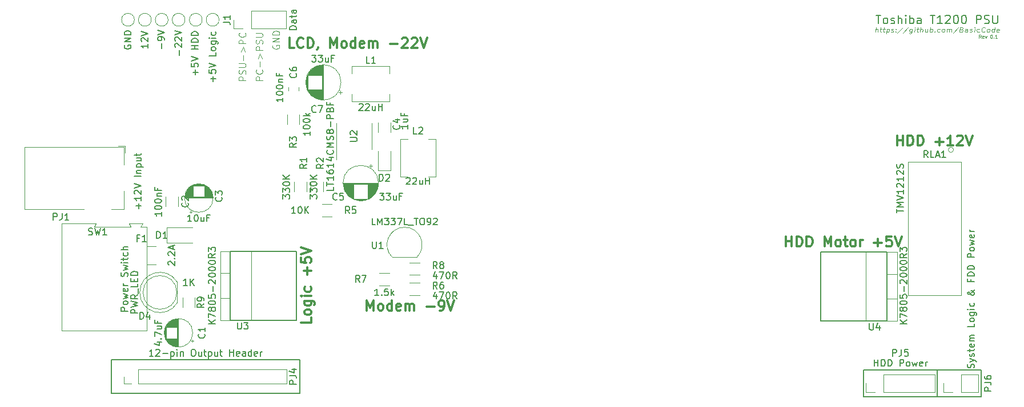
<source format=gbr>
%TF.GenerationSoftware,KiCad,Pcbnew,(6.0.2)*%
%TF.CreationDate,2022-03-19T11:44:54+11:00*%
%TF.ProjectId,T1200_PSU,54313230-305f-4505-9355-2e6b69636164,rev?*%
%TF.SameCoordinates,Original*%
%TF.FileFunction,Legend,Top*%
%TF.FilePolarity,Positive*%
%FSLAX46Y46*%
G04 Gerber Fmt 4.6, Leading zero omitted, Abs format (unit mm)*
G04 Created by KiCad (PCBNEW (6.0.2)) date 2022-03-19 11:44:54*
%MOMM*%
%LPD*%
G01*
G04 APERTURE LIST*
%ADD10C,0.150000*%
%ADD11C,0.300000*%
%ADD12C,0.100000*%
%ADD13C,0.200000*%
%ADD14C,0.050000*%
%ADD15C,0.120000*%
G04 APERTURE END LIST*
D10*
X128184000Y-58740000D02*
X138000000Y-58740000D01*
X138000000Y-58740000D02*
X138000000Y-48500000D01*
X138000000Y-48500000D02*
X128184000Y-48500000D01*
X128184000Y-48500000D02*
X128184000Y-58740000D01*
X145500000Y-66000000D02*
X152000000Y-66000000D01*
X152000000Y-66000000D02*
X152000000Y-70000000D01*
X152000000Y-70000000D02*
X145500000Y-70000000D01*
X145500000Y-70000000D02*
X145500000Y-66000000D01*
X40685000Y-58620000D02*
X50500000Y-58620000D01*
X50500000Y-58620000D02*
X50500000Y-48380000D01*
X50500000Y-48380000D02*
X40685000Y-48380000D01*
X40685000Y-48380000D02*
X40685000Y-58620000D01*
X23000000Y-69500000D02*
X51000000Y-69500000D01*
X51000000Y-69500000D02*
X51000000Y-64500000D01*
X51000000Y-64500000D02*
X23000000Y-64500000D01*
X23000000Y-64500000D02*
X23000000Y-69500000D01*
X134500000Y-70000000D02*
X145500000Y-70000000D01*
X145500000Y-70000000D02*
X145500000Y-66000000D01*
X145500000Y-66000000D02*
X134500000Y-66000000D01*
X134500000Y-66000000D02*
X134500000Y-70000000D01*
D11*
X139500000Y-32678571D02*
X139500000Y-31178571D01*
X139500000Y-31892857D02*
X140357142Y-31892857D01*
X140357142Y-32678571D02*
X140357142Y-31178571D01*
X141071428Y-32678571D02*
X141071428Y-31178571D01*
X141428571Y-31178571D01*
X141642857Y-31250000D01*
X141785714Y-31392857D01*
X141857142Y-31535714D01*
X141928571Y-31821428D01*
X141928571Y-32035714D01*
X141857142Y-32321428D01*
X141785714Y-32464285D01*
X141642857Y-32607142D01*
X141428571Y-32678571D01*
X141071428Y-32678571D01*
X142571428Y-32678571D02*
X142571428Y-31178571D01*
X142928571Y-31178571D01*
X143142857Y-31250000D01*
X143285714Y-31392857D01*
X143357142Y-31535714D01*
X143428571Y-31821428D01*
X143428571Y-32035714D01*
X143357142Y-32321428D01*
X143285714Y-32464285D01*
X143142857Y-32607142D01*
X142928571Y-32678571D01*
X142571428Y-32678571D01*
X145214285Y-32107142D02*
X146357142Y-32107142D01*
X145785714Y-32678571D02*
X145785714Y-31535714D01*
X147857142Y-32678571D02*
X147000000Y-32678571D01*
X147428571Y-32678571D02*
X147428571Y-31178571D01*
X147285714Y-31392857D01*
X147142857Y-31535714D01*
X147000000Y-31607142D01*
X148428571Y-31321428D02*
X148500000Y-31250000D01*
X148642857Y-31178571D01*
X149000000Y-31178571D01*
X149142857Y-31250000D01*
X149214285Y-31321428D01*
X149285714Y-31464285D01*
X149285714Y-31607142D01*
X149214285Y-31821428D01*
X148357142Y-32678571D01*
X149285714Y-32678571D01*
X149714285Y-31178571D02*
X150214285Y-32678571D01*
X150714285Y-31178571D01*
X123035714Y-47678571D02*
X123035714Y-46178571D01*
X123035714Y-46892857D02*
X123892857Y-46892857D01*
X123892857Y-47678571D02*
X123892857Y-46178571D01*
X124607142Y-47678571D02*
X124607142Y-46178571D01*
X124964285Y-46178571D01*
X125178571Y-46250000D01*
X125321428Y-46392857D01*
X125392857Y-46535714D01*
X125464285Y-46821428D01*
X125464285Y-47035714D01*
X125392857Y-47321428D01*
X125321428Y-47464285D01*
X125178571Y-47607142D01*
X124964285Y-47678571D01*
X124607142Y-47678571D01*
X126107142Y-47678571D02*
X126107142Y-46178571D01*
X126464285Y-46178571D01*
X126678571Y-46250000D01*
X126821428Y-46392857D01*
X126892857Y-46535714D01*
X126964285Y-46821428D01*
X126964285Y-47035714D01*
X126892857Y-47321428D01*
X126821428Y-47464285D01*
X126678571Y-47607142D01*
X126464285Y-47678571D01*
X126107142Y-47678571D01*
X128750000Y-47678571D02*
X128750000Y-46178571D01*
X129250000Y-47250000D01*
X129750000Y-46178571D01*
X129750000Y-47678571D01*
X130678571Y-47678571D02*
X130535714Y-47607142D01*
X130464285Y-47535714D01*
X130392857Y-47392857D01*
X130392857Y-46964285D01*
X130464285Y-46821428D01*
X130535714Y-46750000D01*
X130678571Y-46678571D01*
X130892857Y-46678571D01*
X131035714Y-46750000D01*
X131107142Y-46821428D01*
X131178571Y-46964285D01*
X131178571Y-47392857D01*
X131107142Y-47535714D01*
X131035714Y-47607142D01*
X130892857Y-47678571D01*
X130678571Y-47678571D01*
X131607142Y-46678571D02*
X132178571Y-46678571D01*
X131821428Y-46178571D02*
X131821428Y-47464285D01*
X131892857Y-47607142D01*
X132035714Y-47678571D01*
X132178571Y-47678571D01*
X132892857Y-47678571D02*
X132750000Y-47607142D01*
X132678571Y-47535714D01*
X132607142Y-47392857D01*
X132607142Y-46964285D01*
X132678571Y-46821428D01*
X132750000Y-46750000D01*
X132892857Y-46678571D01*
X133107142Y-46678571D01*
X133250000Y-46750000D01*
X133321428Y-46821428D01*
X133392857Y-46964285D01*
X133392857Y-47392857D01*
X133321428Y-47535714D01*
X133250000Y-47607142D01*
X133107142Y-47678571D01*
X132892857Y-47678571D01*
X134035714Y-47678571D02*
X134035714Y-46678571D01*
X134035714Y-46964285D02*
X134107142Y-46821428D01*
X134178571Y-46750000D01*
X134321428Y-46678571D01*
X134464285Y-46678571D01*
X136107142Y-47107142D02*
X137250000Y-47107142D01*
X136678571Y-47678571D02*
X136678571Y-46535714D01*
X138678571Y-46178571D02*
X137964285Y-46178571D01*
X137892857Y-46892857D01*
X137964285Y-46821428D01*
X138107142Y-46750000D01*
X138464285Y-46750000D01*
X138607142Y-46821428D01*
X138678571Y-46892857D01*
X138750000Y-47035714D01*
X138750000Y-47392857D01*
X138678571Y-47535714D01*
X138607142Y-47607142D01*
X138464285Y-47678571D01*
X138107142Y-47678571D01*
X137964285Y-47607142D01*
X137892857Y-47535714D01*
X139178571Y-46178571D02*
X139678571Y-47678571D01*
X140178571Y-46178571D01*
D12*
X47000000Y-17761904D02*
X46952380Y-17857142D01*
X46952380Y-18000000D01*
X47000000Y-18142857D01*
X47095238Y-18238095D01*
X47190476Y-18285714D01*
X47380952Y-18333333D01*
X47523809Y-18333333D01*
X47714285Y-18285714D01*
X47809523Y-18238095D01*
X47904761Y-18142857D01*
X47952380Y-18000000D01*
X47952380Y-17904761D01*
X47904761Y-17761904D01*
X47857142Y-17714285D01*
X47523809Y-17714285D01*
X47523809Y-17904761D01*
X47952380Y-17285714D02*
X46952380Y-17285714D01*
X47952380Y-16714285D01*
X46952380Y-16714285D01*
X47952380Y-16238095D02*
X46952380Y-16238095D01*
X46952380Y-16000000D01*
X47000000Y-15857142D01*
X47095238Y-15761904D01*
X47190476Y-15714285D01*
X47380952Y-15666666D01*
X47523809Y-15666666D01*
X47714285Y-15714285D01*
X47809523Y-15761904D01*
X47904761Y-15857142D01*
X47952380Y-16000000D01*
X47952380Y-16238095D01*
D11*
X52678571Y-58249999D02*
X52678571Y-58964285D01*
X51178571Y-58964285D01*
X52678571Y-57535714D02*
X52607142Y-57678571D01*
X52535714Y-57749999D01*
X52392857Y-57821428D01*
X51964285Y-57821428D01*
X51821428Y-57749999D01*
X51750000Y-57678571D01*
X51678571Y-57535714D01*
X51678571Y-57321428D01*
X51750000Y-57178571D01*
X51821428Y-57107142D01*
X51964285Y-57035714D01*
X52392857Y-57035714D01*
X52535714Y-57107142D01*
X52607142Y-57178571D01*
X52678571Y-57321428D01*
X52678571Y-57535714D01*
X51678571Y-55749999D02*
X52892857Y-55749999D01*
X53035714Y-55821428D01*
X53107142Y-55892857D01*
X53178571Y-56035714D01*
X53178571Y-56249999D01*
X53107142Y-56392857D01*
X52607142Y-55749999D02*
X52678571Y-55892857D01*
X52678571Y-56178571D01*
X52607142Y-56321428D01*
X52535714Y-56392857D01*
X52392857Y-56464285D01*
X51964285Y-56464285D01*
X51821428Y-56392857D01*
X51750000Y-56321428D01*
X51678571Y-56178571D01*
X51678571Y-55892857D01*
X51750000Y-55749999D01*
X52678571Y-55035714D02*
X51678571Y-55035714D01*
X51178571Y-55035714D02*
X51250000Y-55107142D01*
X51321428Y-55035714D01*
X51250000Y-54964285D01*
X51178571Y-55035714D01*
X51321428Y-55035714D01*
X52607142Y-53678571D02*
X52678571Y-53821428D01*
X52678571Y-54107142D01*
X52607142Y-54250000D01*
X52535714Y-54321428D01*
X52392857Y-54392857D01*
X51964285Y-54392857D01*
X51821428Y-54321428D01*
X51750000Y-54250000D01*
X51678571Y-54107142D01*
X51678571Y-53821428D01*
X51750000Y-53678571D01*
X52107142Y-51892857D02*
X52107142Y-50750000D01*
X52678571Y-51321428D02*
X51535714Y-51321428D01*
X51178571Y-49321428D02*
X51178571Y-50035714D01*
X51892857Y-50107142D01*
X51821428Y-50035714D01*
X51750000Y-49892857D01*
X51750000Y-49535714D01*
X51821428Y-49392857D01*
X51892857Y-49321428D01*
X52035714Y-49250000D01*
X52392857Y-49250000D01*
X52535714Y-49321428D01*
X52607142Y-49392857D01*
X52678571Y-49535714D01*
X52678571Y-49892857D01*
X52607142Y-50035714D01*
X52535714Y-50107142D01*
X51178571Y-48821428D02*
X52678571Y-48321428D01*
X51178571Y-47821428D01*
D12*
X42952380Y-23000000D02*
X41952380Y-23000000D01*
X41952380Y-22619047D01*
X42000000Y-22523809D01*
X42047619Y-22476190D01*
X42142857Y-22428571D01*
X42285714Y-22428571D01*
X42380952Y-22476190D01*
X42428571Y-22523809D01*
X42476190Y-22619047D01*
X42476190Y-23000000D01*
X42904761Y-22047619D02*
X42952380Y-21904761D01*
X42952380Y-21666666D01*
X42904761Y-21571428D01*
X42857142Y-21523809D01*
X42761904Y-21476190D01*
X42666666Y-21476190D01*
X42571428Y-21523809D01*
X42523809Y-21571428D01*
X42476190Y-21666666D01*
X42428571Y-21857142D01*
X42380952Y-21952380D01*
X42333333Y-22000000D01*
X42238095Y-22047619D01*
X42142857Y-22047619D01*
X42047619Y-22000000D01*
X42000000Y-21952380D01*
X41952380Y-21857142D01*
X41952380Y-21619047D01*
X42000000Y-21476190D01*
X41952380Y-21047619D02*
X42761904Y-21047619D01*
X42857142Y-21000000D01*
X42904761Y-20952380D01*
X42952380Y-20857142D01*
X42952380Y-20666666D01*
X42904761Y-20571428D01*
X42857142Y-20523809D01*
X42761904Y-20476190D01*
X41952380Y-20476190D01*
X42571428Y-20000000D02*
X42571428Y-19238095D01*
X42285714Y-18761904D02*
X42571428Y-18000000D01*
X42857142Y-18761904D01*
X42952380Y-17523809D02*
X41952380Y-17523809D01*
X41952380Y-17142857D01*
X42000000Y-17047619D01*
X42047619Y-17000000D01*
X42142857Y-16952380D01*
X42285714Y-16952380D01*
X42380952Y-17000000D01*
X42428571Y-17047619D01*
X42476190Y-17142857D01*
X42476190Y-17523809D01*
X42857142Y-15952380D02*
X42904761Y-16000000D01*
X42952380Y-16142857D01*
X42952380Y-16238095D01*
X42904761Y-16380952D01*
X42809523Y-16476190D01*
X42714285Y-16523809D01*
X42523809Y-16571428D01*
X42380952Y-16571428D01*
X42190476Y-16523809D01*
X42095238Y-16476190D01*
X42000000Y-16380952D01*
X41952380Y-16238095D01*
X41952380Y-16142857D01*
X42000000Y-16000000D01*
X42047619Y-15952380D01*
D11*
X50127142Y-18178571D02*
X49412857Y-18178571D01*
X49412857Y-16678571D01*
X51484285Y-18035714D02*
X51412857Y-18107142D01*
X51198571Y-18178571D01*
X51055714Y-18178571D01*
X50841428Y-18107142D01*
X50698571Y-17964285D01*
X50627142Y-17821428D01*
X50555714Y-17535714D01*
X50555714Y-17321428D01*
X50627142Y-17035714D01*
X50698571Y-16892857D01*
X50841428Y-16750000D01*
X51055714Y-16678571D01*
X51198571Y-16678571D01*
X51412857Y-16750000D01*
X51484285Y-16821428D01*
X52127142Y-18178571D02*
X52127142Y-16678571D01*
X52484285Y-16678571D01*
X52698571Y-16750000D01*
X52841428Y-16892857D01*
X52912857Y-17035714D01*
X52984285Y-17321428D01*
X52984285Y-17535714D01*
X52912857Y-17821428D01*
X52841428Y-17964285D01*
X52698571Y-18107142D01*
X52484285Y-18178571D01*
X52127142Y-18178571D01*
X53698571Y-18107142D02*
X53698571Y-18178571D01*
X53627142Y-18321428D01*
X53555714Y-18392857D01*
X55484285Y-18178571D02*
X55484285Y-16678571D01*
X55984285Y-17750000D01*
X56484285Y-16678571D01*
X56484285Y-18178571D01*
X57412857Y-18178571D02*
X57270000Y-18107142D01*
X57198571Y-18035714D01*
X57127142Y-17892857D01*
X57127142Y-17464285D01*
X57198571Y-17321428D01*
X57270000Y-17250000D01*
X57412857Y-17178571D01*
X57627142Y-17178571D01*
X57770000Y-17250000D01*
X57841428Y-17321428D01*
X57912857Y-17464285D01*
X57912857Y-17892857D01*
X57841428Y-18035714D01*
X57770000Y-18107142D01*
X57627142Y-18178571D01*
X57412857Y-18178571D01*
X59198571Y-18178571D02*
X59198571Y-16678571D01*
X59198571Y-18107142D02*
X59055714Y-18178571D01*
X58770000Y-18178571D01*
X58627142Y-18107142D01*
X58555714Y-18035714D01*
X58484285Y-17892857D01*
X58484285Y-17464285D01*
X58555714Y-17321428D01*
X58627142Y-17250000D01*
X58770000Y-17178571D01*
X59055714Y-17178571D01*
X59198571Y-17250000D01*
X60484285Y-18107142D02*
X60341428Y-18178571D01*
X60055714Y-18178571D01*
X59912857Y-18107142D01*
X59841428Y-17964285D01*
X59841428Y-17392857D01*
X59912857Y-17250000D01*
X60055714Y-17178571D01*
X60341428Y-17178571D01*
X60484285Y-17250000D01*
X60555714Y-17392857D01*
X60555714Y-17535714D01*
X59841428Y-17678571D01*
X61198571Y-18178571D02*
X61198571Y-17178571D01*
X61198571Y-17321428D02*
X61270000Y-17250000D01*
X61412857Y-17178571D01*
X61627142Y-17178571D01*
X61770000Y-17250000D01*
X61841428Y-17392857D01*
X61841428Y-18178571D01*
X61841428Y-17392857D02*
X61912857Y-17250000D01*
X62055714Y-17178571D01*
X62270000Y-17178571D01*
X62412857Y-17250000D01*
X62484285Y-17392857D01*
X62484285Y-18178571D01*
X64341428Y-17607142D02*
X65484285Y-17607142D01*
X66127142Y-16821428D02*
X66198571Y-16750000D01*
X66341428Y-16678571D01*
X66698571Y-16678571D01*
X66841428Y-16750000D01*
X66912857Y-16821428D01*
X66984285Y-16964285D01*
X66984285Y-17107142D01*
X66912857Y-17321428D01*
X66055714Y-18178571D01*
X66984285Y-18178571D01*
X67555714Y-16821428D02*
X67627142Y-16750000D01*
X67770000Y-16678571D01*
X68127142Y-16678571D01*
X68270000Y-16750000D01*
X68341428Y-16821428D01*
X68412857Y-16964285D01*
X68412857Y-17107142D01*
X68341428Y-17321428D01*
X67484285Y-18178571D01*
X68412857Y-18178571D01*
X68841428Y-16678571D02*
X69341428Y-18178571D01*
X69841428Y-16678571D01*
X60915793Y-57178571D02*
X60915793Y-55678571D01*
X61415793Y-56750000D01*
X61915793Y-55678571D01*
X61915793Y-57178571D01*
X62844364Y-57178571D02*
X62701507Y-57107142D01*
X62630078Y-57035714D01*
X62558650Y-56892857D01*
X62558650Y-56464285D01*
X62630078Y-56321428D01*
X62701507Y-56250000D01*
X62844364Y-56178571D01*
X63058650Y-56178571D01*
X63201507Y-56250000D01*
X63272936Y-56321428D01*
X63344364Y-56464285D01*
X63344364Y-56892857D01*
X63272936Y-57035714D01*
X63201507Y-57107142D01*
X63058650Y-57178571D01*
X62844364Y-57178571D01*
X64630078Y-57178571D02*
X64630078Y-55678571D01*
X64630078Y-57107142D02*
X64487221Y-57178571D01*
X64201507Y-57178571D01*
X64058650Y-57107142D01*
X63987221Y-57035714D01*
X63915793Y-56892857D01*
X63915793Y-56464285D01*
X63987221Y-56321428D01*
X64058650Y-56250000D01*
X64201507Y-56178571D01*
X64487221Y-56178571D01*
X64630078Y-56250000D01*
X65915793Y-57107142D02*
X65772936Y-57178571D01*
X65487221Y-57178571D01*
X65344364Y-57107142D01*
X65272936Y-56964285D01*
X65272936Y-56392857D01*
X65344364Y-56250000D01*
X65487221Y-56178571D01*
X65772936Y-56178571D01*
X65915793Y-56250000D01*
X65987221Y-56392857D01*
X65987221Y-56535714D01*
X65272936Y-56678571D01*
X66630078Y-57178571D02*
X66630078Y-56178571D01*
X66630078Y-56321428D02*
X66701507Y-56250000D01*
X66844364Y-56178571D01*
X67058650Y-56178571D01*
X67201507Y-56250000D01*
X67272936Y-56392857D01*
X67272936Y-57178571D01*
X67272936Y-56392857D02*
X67344364Y-56250000D01*
X67487221Y-56178571D01*
X67701507Y-56178571D01*
X67844364Y-56250000D01*
X67915793Y-56392857D01*
X67915793Y-57178571D01*
X69772936Y-56607142D02*
X70915793Y-56607142D01*
X71701507Y-57178571D02*
X71987221Y-57178571D01*
X72130078Y-57107142D01*
X72201507Y-57035714D01*
X72344364Y-56821428D01*
X72415793Y-56535714D01*
X72415793Y-55964285D01*
X72344364Y-55821428D01*
X72272936Y-55750000D01*
X72130078Y-55678571D01*
X71844364Y-55678571D01*
X71701507Y-55750000D01*
X71630078Y-55821428D01*
X71558650Y-55964285D01*
X71558650Y-56321428D01*
X71630078Y-56464285D01*
X71701507Y-56535714D01*
X71844364Y-56607142D01*
X72130078Y-56607142D01*
X72272936Y-56535714D01*
X72344364Y-56464285D01*
X72415793Y-56321428D01*
X72844364Y-55678571D02*
X73344364Y-57178571D01*
X73844364Y-55678571D01*
D12*
X45452380Y-23000000D02*
X44452380Y-23000000D01*
X44452380Y-22619047D01*
X44500000Y-22523809D01*
X44547619Y-22476190D01*
X44642857Y-22428571D01*
X44785714Y-22428571D01*
X44880952Y-22476190D01*
X44928571Y-22523809D01*
X44976190Y-22619047D01*
X44976190Y-23000000D01*
X45357142Y-21428571D02*
X45404761Y-21476190D01*
X45452380Y-21619047D01*
X45452380Y-21714285D01*
X45404761Y-21857142D01*
X45309523Y-21952380D01*
X45214285Y-22000000D01*
X45023809Y-22047619D01*
X44880952Y-22047619D01*
X44690476Y-22000000D01*
X44595238Y-21952380D01*
X44500000Y-21857142D01*
X44452380Y-21714285D01*
X44452380Y-21619047D01*
X44500000Y-21476190D01*
X44547619Y-21428571D01*
X45071428Y-21000000D02*
X45071428Y-20238095D01*
X44785714Y-19761904D02*
X45071428Y-19000000D01*
X45357142Y-19761904D01*
X45452380Y-18523809D02*
X44452380Y-18523809D01*
X44452380Y-18142857D01*
X44500000Y-18047619D01*
X44547619Y-18000000D01*
X44642857Y-17952380D01*
X44785714Y-17952380D01*
X44880952Y-18000000D01*
X44928571Y-18047619D01*
X44976190Y-18142857D01*
X44976190Y-18523809D01*
X45404761Y-17571428D02*
X45452380Y-17428571D01*
X45452380Y-17190476D01*
X45404761Y-17095238D01*
X45357142Y-17047619D01*
X45261904Y-17000000D01*
X45166666Y-17000000D01*
X45071428Y-17047619D01*
X45023809Y-17095238D01*
X44976190Y-17190476D01*
X44928571Y-17380952D01*
X44880952Y-17476190D01*
X44833333Y-17523809D01*
X44738095Y-17571428D01*
X44642857Y-17571428D01*
X44547619Y-17523809D01*
X44500000Y-17476190D01*
X44452380Y-17380952D01*
X44452380Y-17142857D01*
X44500000Y-17000000D01*
X44452380Y-16571428D02*
X45261904Y-16571428D01*
X45357142Y-16523809D01*
X45404761Y-16476190D01*
X45452380Y-16380952D01*
X45452380Y-16190476D01*
X45404761Y-16095238D01*
X45357142Y-16047619D01*
X45261904Y-16000000D01*
X44452380Y-16000000D01*
D10*
%TO.C,C5*%
X56488333Y-40657142D02*
X56440714Y-40704761D01*
X56297857Y-40752380D01*
X56202619Y-40752380D01*
X56059761Y-40704761D01*
X55964523Y-40609523D01*
X55916904Y-40514285D01*
X55869285Y-40323809D01*
X55869285Y-40180952D01*
X55916904Y-39990476D01*
X55964523Y-39895238D01*
X56059761Y-39800000D01*
X56202619Y-39752380D01*
X56297857Y-39752380D01*
X56440714Y-39800000D01*
X56488333Y-39847619D01*
X57393095Y-39752380D02*
X56916904Y-39752380D01*
X56869285Y-40228571D01*
X56916904Y-40180952D01*
X57012142Y-40133333D01*
X57250238Y-40133333D01*
X57345476Y-40180952D01*
X57393095Y-40228571D01*
X57440714Y-40323809D01*
X57440714Y-40561904D01*
X57393095Y-40657142D01*
X57345476Y-40704761D01*
X57250238Y-40752380D01*
X57012142Y-40752380D01*
X56916904Y-40704761D01*
X56869285Y-40657142D01*
X62829523Y-39752380D02*
X63448571Y-39752380D01*
X63115238Y-40133333D01*
X63258095Y-40133333D01*
X63353333Y-40180952D01*
X63400952Y-40228571D01*
X63448571Y-40323809D01*
X63448571Y-40561904D01*
X63400952Y-40657142D01*
X63353333Y-40704761D01*
X63258095Y-40752380D01*
X62972380Y-40752380D01*
X62877142Y-40704761D01*
X62829523Y-40657142D01*
X63781904Y-39752380D02*
X64400952Y-39752380D01*
X64067619Y-40133333D01*
X64210476Y-40133333D01*
X64305714Y-40180952D01*
X64353333Y-40228571D01*
X64400952Y-40323809D01*
X64400952Y-40561904D01*
X64353333Y-40657142D01*
X64305714Y-40704761D01*
X64210476Y-40752380D01*
X63924761Y-40752380D01*
X63829523Y-40704761D01*
X63781904Y-40657142D01*
X65258095Y-40085714D02*
X65258095Y-40752380D01*
X64829523Y-40085714D02*
X64829523Y-40609523D01*
X64877142Y-40704761D01*
X64972380Y-40752380D01*
X65115238Y-40752380D01*
X65210476Y-40704761D01*
X65258095Y-40657142D01*
X66067619Y-40228571D02*
X65734285Y-40228571D01*
X65734285Y-40752380D02*
X65734285Y-39752380D01*
X66210476Y-39752380D01*
%TO.C,R3*%
X50472380Y-32331666D02*
X49996190Y-32665000D01*
X50472380Y-32903095D02*
X49472380Y-32903095D01*
X49472380Y-32522142D01*
X49520000Y-32426904D01*
X49567619Y-32379285D01*
X49662857Y-32331666D01*
X49805714Y-32331666D01*
X49900952Y-32379285D01*
X49948571Y-32426904D01*
X49996190Y-32522142D01*
X49996190Y-32903095D01*
X49472380Y-31998333D02*
X49472380Y-31379285D01*
X49853333Y-31712619D01*
X49853333Y-31569761D01*
X49900952Y-31474523D01*
X49948571Y-31426904D01*
X50043809Y-31379285D01*
X50281904Y-31379285D01*
X50377142Y-31426904D01*
X50424761Y-31474523D01*
X50472380Y-31569761D01*
X50472380Y-31855476D01*
X50424761Y-31950714D01*
X50377142Y-31998333D01*
X52472380Y-30598492D02*
X52472380Y-31169921D01*
X52472380Y-30884206D02*
X51472380Y-30884206D01*
X51615238Y-30979444D01*
X51710476Y-31074683D01*
X51758095Y-31169921D01*
X51472380Y-29979444D02*
X51472380Y-29884206D01*
X51520000Y-29788968D01*
X51567619Y-29741349D01*
X51662857Y-29693730D01*
X51853333Y-29646111D01*
X52091428Y-29646111D01*
X52281904Y-29693730D01*
X52377142Y-29741349D01*
X52424761Y-29788968D01*
X52472380Y-29884206D01*
X52472380Y-29979444D01*
X52424761Y-30074683D01*
X52377142Y-30122302D01*
X52281904Y-30169921D01*
X52091428Y-30217540D01*
X51853333Y-30217540D01*
X51662857Y-30169921D01*
X51567619Y-30122302D01*
X51520000Y-30074683D01*
X51472380Y-29979444D01*
X51472380Y-29027064D02*
X51472380Y-28931825D01*
X51520000Y-28836587D01*
X51567619Y-28788968D01*
X51662857Y-28741349D01*
X51853333Y-28693730D01*
X52091428Y-28693730D01*
X52281904Y-28741349D01*
X52377142Y-28788968D01*
X52424761Y-28836587D01*
X52472380Y-28931825D01*
X52472380Y-29027064D01*
X52424761Y-29122302D01*
X52377142Y-29169921D01*
X52281904Y-29217540D01*
X52091428Y-29265159D01*
X51853333Y-29265159D01*
X51662857Y-29217540D01*
X51567619Y-29169921D01*
X51520000Y-29122302D01*
X51472380Y-29027064D01*
X52472380Y-28265159D02*
X51472380Y-28265159D01*
X52091428Y-28169921D02*
X52472380Y-27884206D01*
X51805714Y-27884206D02*
X52186666Y-28265159D01*
%TO.C,R9*%
X36772380Y-56166666D02*
X36296190Y-56500000D01*
X36772380Y-56738095D02*
X35772380Y-56738095D01*
X35772380Y-56357142D01*
X35820000Y-56261904D01*
X35867619Y-56214285D01*
X35962857Y-56166666D01*
X36105714Y-56166666D01*
X36200952Y-56214285D01*
X36248571Y-56261904D01*
X36296190Y-56357142D01*
X36296190Y-56738095D01*
X36772380Y-55690476D02*
X36772380Y-55500000D01*
X36724761Y-55404761D01*
X36677142Y-55357142D01*
X36534285Y-55261904D01*
X36343809Y-55214285D01*
X35962857Y-55214285D01*
X35867619Y-55261904D01*
X35820000Y-55309523D01*
X35772380Y-55404761D01*
X35772380Y-55595238D01*
X35820000Y-55690476D01*
X35867619Y-55738095D01*
X35962857Y-55785714D01*
X36200952Y-55785714D01*
X36296190Y-55738095D01*
X36343809Y-55690476D01*
X36391428Y-55595238D01*
X36391428Y-55404761D01*
X36343809Y-55309523D01*
X36296190Y-55261904D01*
X36200952Y-55214285D01*
X34285714Y-53452380D02*
X33714285Y-53452380D01*
X34000000Y-53452380D02*
X34000000Y-52452380D01*
X33904761Y-52595238D01*
X33809523Y-52690476D01*
X33714285Y-52738095D01*
X34714285Y-53452380D02*
X34714285Y-52452380D01*
X35285714Y-53452380D02*
X34857142Y-52880952D01*
X35285714Y-52452380D02*
X34714285Y-53023809D01*
%TO.C,SW1*%
X19666666Y-45904761D02*
X19809523Y-45952380D01*
X20047619Y-45952380D01*
X20142857Y-45904761D01*
X20190476Y-45857142D01*
X20238095Y-45761904D01*
X20238095Y-45666666D01*
X20190476Y-45571428D01*
X20142857Y-45523809D01*
X20047619Y-45476190D01*
X19857142Y-45428571D01*
X19761904Y-45380952D01*
X19714285Y-45333333D01*
X19666666Y-45238095D01*
X19666666Y-45142857D01*
X19714285Y-45047619D01*
X19761904Y-45000000D01*
X19857142Y-44952380D01*
X20095238Y-44952380D01*
X20238095Y-45000000D01*
X20571428Y-44952380D02*
X20809523Y-45952380D01*
X21000000Y-45238095D01*
X21190476Y-45952380D01*
X21428571Y-44952380D01*
X22333333Y-45952380D02*
X21761904Y-45952380D01*
X22047619Y-45952380D02*
X22047619Y-44952380D01*
X21952380Y-45095238D01*
X21857142Y-45190476D01*
X21761904Y-45238095D01*
X25452380Y-57261904D02*
X24452380Y-57261904D01*
X24452380Y-56880952D01*
X24500000Y-56785714D01*
X24547619Y-56738095D01*
X24642857Y-56690476D01*
X24785714Y-56690476D01*
X24880952Y-56738095D01*
X24928571Y-56785714D01*
X24976190Y-56880952D01*
X24976190Y-57261904D01*
X25452380Y-56119047D02*
X25404761Y-56214285D01*
X25357142Y-56261904D01*
X25261904Y-56309523D01*
X24976190Y-56309523D01*
X24880952Y-56261904D01*
X24833333Y-56214285D01*
X24785714Y-56119047D01*
X24785714Y-55976190D01*
X24833333Y-55880952D01*
X24880952Y-55833333D01*
X24976190Y-55785714D01*
X25261904Y-55785714D01*
X25357142Y-55833333D01*
X25404761Y-55880952D01*
X25452380Y-55976190D01*
X25452380Y-56119047D01*
X24785714Y-55452380D02*
X25452380Y-55261904D01*
X24976190Y-55071428D01*
X25452380Y-54880952D01*
X24785714Y-54690476D01*
X25404761Y-53928571D02*
X25452380Y-54023809D01*
X25452380Y-54214285D01*
X25404761Y-54309523D01*
X25309523Y-54357142D01*
X24928571Y-54357142D01*
X24833333Y-54309523D01*
X24785714Y-54214285D01*
X24785714Y-54023809D01*
X24833333Y-53928571D01*
X24928571Y-53880952D01*
X25023809Y-53880952D01*
X25119047Y-54357142D01*
X25452380Y-53452380D02*
X24785714Y-53452380D01*
X24976190Y-53452380D02*
X24880952Y-53404761D01*
X24833333Y-53357142D01*
X24785714Y-53261904D01*
X24785714Y-53166666D01*
X25404761Y-52119047D02*
X25452380Y-51976190D01*
X25452380Y-51738095D01*
X25404761Y-51642857D01*
X25357142Y-51595238D01*
X25261904Y-51547619D01*
X25166666Y-51547619D01*
X25071428Y-51595238D01*
X25023809Y-51642857D01*
X24976190Y-51738095D01*
X24928571Y-51928571D01*
X24880952Y-52023809D01*
X24833333Y-52071428D01*
X24738095Y-52119047D01*
X24642857Y-52119047D01*
X24547619Y-52071428D01*
X24500000Y-52023809D01*
X24452380Y-51928571D01*
X24452380Y-51690476D01*
X24500000Y-51547619D01*
X24785714Y-51214285D02*
X25452380Y-51023809D01*
X24976190Y-50833333D01*
X25452380Y-50642857D01*
X24785714Y-50452380D01*
X25452380Y-50071428D02*
X24785714Y-50071428D01*
X24452380Y-50071428D02*
X24500000Y-50119047D01*
X24547619Y-50071428D01*
X24500000Y-50023809D01*
X24452380Y-50071428D01*
X24547619Y-50071428D01*
X24785714Y-49738095D02*
X24785714Y-49357142D01*
X24452380Y-49595238D02*
X25309523Y-49595238D01*
X25404761Y-49547619D01*
X25452380Y-49452380D01*
X25452380Y-49357142D01*
X25404761Y-48595238D02*
X25452380Y-48690476D01*
X25452380Y-48880952D01*
X25404761Y-48976190D01*
X25357142Y-49023809D01*
X25261904Y-49071428D01*
X24976190Y-49071428D01*
X24880952Y-49023809D01*
X24833333Y-48976190D01*
X24785714Y-48880952D01*
X24785714Y-48690476D01*
X24833333Y-48595238D01*
X25452380Y-48166666D02*
X24452380Y-48166666D01*
X25452380Y-47738095D02*
X24928571Y-47738095D01*
X24833333Y-47785714D01*
X24785714Y-47880952D01*
X24785714Y-48023809D01*
X24833333Y-48119047D01*
X24880952Y-48166666D01*
%TO.C,R6*%
X71333333Y-53952380D02*
X71000000Y-53476190D01*
X70761904Y-53952380D02*
X70761904Y-52952380D01*
X71142857Y-52952380D01*
X71238095Y-53000000D01*
X71285714Y-53047619D01*
X71333333Y-53142857D01*
X71333333Y-53285714D01*
X71285714Y-53380952D01*
X71238095Y-53428571D01*
X71142857Y-53476190D01*
X70761904Y-53476190D01*
X72190476Y-52952380D02*
X72000000Y-52952380D01*
X71904761Y-53000000D01*
X71857142Y-53047619D01*
X71761904Y-53190476D01*
X71714285Y-53380952D01*
X71714285Y-53761904D01*
X71761904Y-53857142D01*
X71809523Y-53904761D01*
X71904761Y-53952380D01*
X72095238Y-53952380D01*
X72190476Y-53904761D01*
X72238095Y-53857142D01*
X72285714Y-53761904D01*
X72285714Y-53523809D01*
X72238095Y-53428571D01*
X72190476Y-53380952D01*
X72095238Y-53333333D01*
X71904761Y-53333333D01*
X71809523Y-53380952D01*
X71761904Y-53428571D01*
X71714285Y-53523809D01*
X71238095Y-54785714D02*
X71238095Y-55452380D01*
X71000000Y-54404761D02*
X70761904Y-55119047D01*
X71380952Y-55119047D01*
X71666666Y-54452380D02*
X72333333Y-54452380D01*
X71904761Y-55452380D01*
X72904761Y-54452380D02*
X73000000Y-54452380D01*
X73095238Y-54500000D01*
X73142857Y-54547619D01*
X73190476Y-54642857D01*
X73238095Y-54833333D01*
X73238095Y-55071428D01*
X73190476Y-55261904D01*
X73142857Y-55357142D01*
X73095238Y-55404761D01*
X73000000Y-55452380D01*
X72904761Y-55452380D01*
X72809523Y-55404761D01*
X72761904Y-55357142D01*
X72714285Y-55261904D01*
X72666666Y-55071428D01*
X72666666Y-54833333D01*
X72714285Y-54642857D01*
X72761904Y-54547619D01*
X72809523Y-54500000D01*
X72904761Y-54452380D01*
X74238095Y-55452380D02*
X73904761Y-54976190D01*
X73666666Y-55452380D02*
X73666666Y-54452380D01*
X74047619Y-54452380D01*
X74142857Y-54500000D01*
X74190476Y-54547619D01*
X74238095Y-54642857D01*
X74238095Y-54785714D01*
X74190476Y-54880952D01*
X74142857Y-54928571D01*
X74047619Y-54976190D01*
X73666666Y-54976190D01*
%TO.C,D4*%
X27261904Y-58452380D02*
X27261904Y-57452380D01*
X27500000Y-57452380D01*
X27642857Y-57500000D01*
X27738095Y-57595238D01*
X27785714Y-57690476D01*
X27833333Y-57880952D01*
X27833333Y-58023809D01*
X27785714Y-58214285D01*
X27738095Y-58309523D01*
X27642857Y-58404761D01*
X27500000Y-58452380D01*
X27261904Y-58452380D01*
X28690476Y-57785714D02*
X28690476Y-58452380D01*
X28452380Y-57404761D02*
X28214285Y-58119047D01*
X28833333Y-58119047D01*
X26952380Y-57571428D02*
X25952380Y-57571428D01*
X25952380Y-57190476D01*
X26000000Y-57095238D01*
X26047619Y-57047619D01*
X26142857Y-57000000D01*
X26285714Y-57000000D01*
X26380952Y-57047619D01*
X26428571Y-57095238D01*
X26476190Y-57190476D01*
X26476190Y-57571428D01*
X25952380Y-56666666D02*
X26952380Y-56428571D01*
X26238095Y-56238095D01*
X26952380Y-56047619D01*
X25952380Y-55809523D01*
X26952380Y-54857142D02*
X26476190Y-55190476D01*
X26952380Y-55428571D02*
X25952380Y-55428571D01*
X25952380Y-55047619D01*
X26000000Y-54952380D01*
X26047619Y-54904761D01*
X26142857Y-54857142D01*
X26285714Y-54857142D01*
X26380952Y-54904761D01*
X26428571Y-54952380D01*
X26476190Y-55047619D01*
X26476190Y-55428571D01*
X27047619Y-54666666D02*
X27047619Y-53904761D01*
X26952380Y-53190476D02*
X26952380Y-53666666D01*
X25952380Y-53666666D01*
X26428571Y-52857142D02*
X26428571Y-52523809D01*
X26952380Y-52380952D02*
X26952380Y-52857142D01*
X25952380Y-52857142D01*
X25952380Y-52380952D01*
X26952380Y-51952380D02*
X25952380Y-51952380D01*
X25952380Y-51714285D01*
X26000000Y-51571428D01*
X26095238Y-51476190D01*
X26190476Y-51428571D01*
X26380952Y-51380952D01*
X26523809Y-51380952D01*
X26714285Y-51428571D01*
X26809523Y-51476190D01*
X26904761Y-51571428D01*
X26952380Y-51714285D01*
X26952380Y-51952380D01*
%TO.C,D2*%
X62761904Y-37952380D02*
X62761904Y-36952380D01*
X63000000Y-36952380D01*
X63142857Y-37000000D01*
X63238095Y-37095238D01*
X63285714Y-37190476D01*
X63333333Y-37380952D01*
X63333333Y-37523809D01*
X63285714Y-37714285D01*
X63238095Y-37809523D01*
X63142857Y-37904761D01*
X63000000Y-37952380D01*
X62761904Y-37952380D01*
X63714285Y-37047619D02*
X63761904Y-37000000D01*
X63857142Y-36952380D01*
X64095238Y-36952380D01*
X64190476Y-37000000D01*
X64238095Y-37047619D01*
X64285714Y-37142857D01*
X64285714Y-37238095D01*
X64238095Y-37380952D01*
X63666666Y-37952380D01*
X64285714Y-37952380D01*
D13*
%TO.C,T2*%
X136392857Y-13315476D02*
X137107142Y-13315476D01*
X136750000Y-14565476D02*
X136750000Y-13315476D01*
X137702380Y-14565476D02*
X137583333Y-14505952D01*
X137523809Y-14446428D01*
X137464285Y-14327380D01*
X137464285Y-13970238D01*
X137523809Y-13851190D01*
X137583333Y-13791666D01*
X137702380Y-13732142D01*
X137880952Y-13732142D01*
X138000000Y-13791666D01*
X138059523Y-13851190D01*
X138119047Y-13970238D01*
X138119047Y-14327380D01*
X138059523Y-14446428D01*
X138000000Y-14505952D01*
X137880952Y-14565476D01*
X137702380Y-14565476D01*
X138595238Y-14505952D02*
X138714285Y-14565476D01*
X138952380Y-14565476D01*
X139071428Y-14505952D01*
X139130952Y-14386904D01*
X139130952Y-14327380D01*
X139071428Y-14208333D01*
X138952380Y-14148809D01*
X138773809Y-14148809D01*
X138654761Y-14089285D01*
X138595238Y-13970238D01*
X138595238Y-13910714D01*
X138654761Y-13791666D01*
X138773809Y-13732142D01*
X138952380Y-13732142D01*
X139071428Y-13791666D01*
X139666666Y-14565476D02*
X139666666Y-13315476D01*
X140202380Y-14565476D02*
X140202380Y-13910714D01*
X140142857Y-13791666D01*
X140023809Y-13732142D01*
X139845238Y-13732142D01*
X139726190Y-13791666D01*
X139666666Y-13851190D01*
X140797619Y-14565476D02*
X140797619Y-13732142D01*
X140797619Y-13315476D02*
X140738095Y-13375000D01*
X140797619Y-13434523D01*
X140857142Y-13375000D01*
X140797619Y-13315476D01*
X140797619Y-13434523D01*
X141392857Y-14565476D02*
X141392857Y-13315476D01*
X141392857Y-13791666D02*
X141511904Y-13732142D01*
X141750000Y-13732142D01*
X141869047Y-13791666D01*
X141928571Y-13851190D01*
X141988095Y-13970238D01*
X141988095Y-14327380D01*
X141928571Y-14446428D01*
X141869047Y-14505952D01*
X141750000Y-14565476D01*
X141511904Y-14565476D01*
X141392857Y-14505952D01*
X143059523Y-14565476D02*
X143059523Y-13910714D01*
X143000000Y-13791666D01*
X142880952Y-13732142D01*
X142642857Y-13732142D01*
X142523809Y-13791666D01*
X143059523Y-14505952D02*
X142940476Y-14565476D01*
X142642857Y-14565476D01*
X142523809Y-14505952D01*
X142464285Y-14386904D01*
X142464285Y-14267857D01*
X142523809Y-14148809D01*
X142642857Y-14089285D01*
X142940476Y-14089285D01*
X143059523Y-14029761D01*
X144428571Y-13315476D02*
X145142857Y-13315476D01*
X144785714Y-14565476D02*
X144785714Y-13315476D01*
X146214285Y-14565476D02*
X145500000Y-14565476D01*
X145857142Y-14565476D02*
X145857142Y-13315476D01*
X145738095Y-13494047D01*
X145619047Y-13613095D01*
X145500000Y-13672619D01*
X146690476Y-13434523D02*
X146750000Y-13375000D01*
X146869047Y-13315476D01*
X147166666Y-13315476D01*
X147285714Y-13375000D01*
X147345238Y-13434523D01*
X147404761Y-13553571D01*
X147404761Y-13672619D01*
X147345238Y-13851190D01*
X146630952Y-14565476D01*
X147404761Y-14565476D01*
X148178571Y-13315476D02*
X148297619Y-13315476D01*
X148416666Y-13375000D01*
X148476190Y-13434523D01*
X148535714Y-13553571D01*
X148595238Y-13791666D01*
X148595238Y-14089285D01*
X148535714Y-14327380D01*
X148476190Y-14446428D01*
X148416666Y-14505952D01*
X148297619Y-14565476D01*
X148178571Y-14565476D01*
X148059523Y-14505952D01*
X148000000Y-14446428D01*
X147940476Y-14327380D01*
X147880952Y-14089285D01*
X147880952Y-13791666D01*
X147940476Y-13553571D01*
X148000000Y-13434523D01*
X148059523Y-13375000D01*
X148178571Y-13315476D01*
X149369047Y-13315476D02*
X149488095Y-13315476D01*
X149607142Y-13375000D01*
X149666666Y-13434523D01*
X149726190Y-13553571D01*
X149785714Y-13791666D01*
X149785714Y-14089285D01*
X149726190Y-14327380D01*
X149666666Y-14446428D01*
X149607142Y-14505952D01*
X149488095Y-14565476D01*
X149369047Y-14565476D01*
X149250000Y-14505952D01*
X149190476Y-14446428D01*
X149130952Y-14327380D01*
X149071428Y-14089285D01*
X149071428Y-13791666D01*
X149130952Y-13553571D01*
X149190476Y-13434523D01*
X149250000Y-13375000D01*
X149369047Y-13315476D01*
X151273809Y-14565476D02*
X151273809Y-13315476D01*
X151750000Y-13315476D01*
X151869047Y-13375000D01*
X151928571Y-13434523D01*
X151988095Y-13553571D01*
X151988095Y-13732142D01*
X151928571Y-13851190D01*
X151869047Y-13910714D01*
X151750000Y-13970238D01*
X151273809Y-13970238D01*
X152464285Y-14505952D02*
X152642857Y-14565476D01*
X152940476Y-14565476D01*
X153059523Y-14505952D01*
X153119047Y-14446428D01*
X153178571Y-14327380D01*
X153178571Y-14208333D01*
X153119047Y-14089285D01*
X153059523Y-14029761D01*
X152940476Y-13970238D01*
X152702380Y-13910714D01*
X152583333Y-13851190D01*
X152523809Y-13791666D01*
X152464285Y-13672619D01*
X152464285Y-13553571D01*
X152523809Y-13434523D01*
X152583333Y-13375000D01*
X152702380Y-13315476D01*
X153000000Y-13315476D01*
X153178571Y-13375000D01*
X153714285Y-13315476D02*
X153714285Y-14327380D01*
X153773809Y-14446428D01*
X153833333Y-14505952D01*
X153952380Y-14565476D01*
X154190476Y-14565476D01*
X154309523Y-14505952D01*
X154369047Y-14446428D01*
X154428571Y-14327380D01*
X154428571Y-13315476D01*
D10*
%TO.C,C4*%
X65707142Y-29666666D02*
X65754761Y-29714285D01*
X65802380Y-29857142D01*
X65802380Y-29952380D01*
X65754761Y-30095238D01*
X65659523Y-30190476D01*
X65564285Y-30238095D01*
X65373809Y-30285714D01*
X65230952Y-30285714D01*
X65040476Y-30238095D01*
X64945238Y-30190476D01*
X64850000Y-30095238D01*
X64802380Y-29952380D01*
X64802380Y-29857142D01*
X64850000Y-29714285D01*
X64897619Y-29666666D01*
X65135714Y-28809523D02*
X65802380Y-28809523D01*
X64754761Y-29047619D02*
X65469047Y-29285714D01*
X65469047Y-28666666D01*
X66952380Y-29595238D02*
X66952380Y-30166666D01*
X66952380Y-29880952D02*
X65952380Y-29880952D01*
X66095238Y-29976190D01*
X66190476Y-30071428D01*
X66238095Y-30166666D01*
X66285714Y-28738095D02*
X66952380Y-28738095D01*
X66285714Y-29166666D02*
X66809523Y-29166666D01*
X66904761Y-29119047D01*
X66952380Y-29023809D01*
X66952380Y-28880952D01*
X66904761Y-28785714D01*
X66857142Y-28738095D01*
X66428571Y-27928571D02*
X66428571Y-28261904D01*
X66952380Y-28261904D02*
X65952380Y-28261904D01*
X65952380Y-27785714D01*
D14*
%TO.C,T1*%
X151964285Y-16726190D02*
X151797619Y-16488095D01*
X151678571Y-16726190D02*
X151678571Y-16226190D01*
X151869047Y-16226190D01*
X151916666Y-16250000D01*
X151940476Y-16273809D01*
X151964285Y-16321428D01*
X151964285Y-16392857D01*
X151940476Y-16440476D01*
X151916666Y-16464285D01*
X151869047Y-16488095D01*
X151678571Y-16488095D01*
X152369047Y-16702380D02*
X152321428Y-16726190D01*
X152226190Y-16726190D01*
X152178571Y-16702380D01*
X152154761Y-16654761D01*
X152154761Y-16464285D01*
X152178571Y-16416666D01*
X152226190Y-16392857D01*
X152321428Y-16392857D01*
X152369047Y-16416666D01*
X152392857Y-16464285D01*
X152392857Y-16511904D01*
X152154761Y-16559523D01*
X152559523Y-16392857D02*
X152678571Y-16726190D01*
X152797619Y-16392857D01*
X153464285Y-16226190D02*
X153511904Y-16226190D01*
X153559523Y-16250000D01*
X153583333Y-16273809D01*
X153607142Y-16321428D01*
X153630952Y-16416666D01*
X153630952Y-16535714D01*
X153607142Y-16630952D01*
X153583333Y-16678571D01*
X153559523Y-16702380D01*
X153511904Y-16726190D01*
X153464285Y-16726190D01*
X153416666Y-16702380D01*
X153392857Y-16678571D01*
X153369047Y-16630952D01*
X153345238Y-16535714D01*
X153345238Y-16416666D01*
X153369047Y-16321428D01*
X153392857Y-16273809D01*
X153416666Y-16250000D01*
X153464285Y-16226190D01*
X153845238Y-16678571D02*
X153869047Y-16702380D01*
X153845238Y-16726190D01*
X153821428Y-16702380D01*
X153845238Y-16678571D01*
X153845238Y-16726190D01*
X154345238Y-16726190D02*
X154059523Y-16726190D01*
X154202380Y-16726190D02*
X154202380Y-16226190D01*
X154154761Y-16297619D01*
X154107142Y-16345238D01*
X154059523Y-16369047D01*
D10*
%TO.C,C1*%
X36829742Y-60666666D02*
X36877361Y-60714285D01*
X36924980Y-60857142D01*
X36924980Y-60952380D01*
X36877361Y-61095238D01*
X36782123Y-61190476D01*
X36686885Y-61238095D01*
X36496409Y-61285714D01*
X36353552Y-61285714D01*
X36163076Y-61238095D01*
X36067838Y-61190476D01*
X35972600Y-61095238D01*
X35924980Y-60952380D01*
X35924980Y-60857142D01*
X35972600Y-60714285D01*
X36020219Y-60666666D01*
X36924980Y-59714285D02*
X36924980Y-60285714D01*
X36924980Y-60000000D02*
X35924980Y-60000000D01*
X36067838Y-60095238D01*
X36163076Y-60190476D01*
X36210695Y-60285714D01*
X29785714Y-61904761D02*
X30452380Y-61904761D01*
X29404761Y-62142857D02*
X30119047Y-62380952D01*
X30119047Y-61761904D01*
X30357142Y-61380952D02*
X30404761Y-61333333D01*
X30452380Y-61380952D01*
X30404761Y-61428571D01*
X30357142Y-61380952D01*
X30452380Y-61380952D01*
X29452380Y-61000000D02*
X29452380Y-60333333D01*
X30452380Y-60761904D01*
X29785714Y-59523809D02*
X30452380Y-59523809D01*
X29785714Y-59952380D02*
X30309523Y-59952380D01*
X30404761Y-59904761D01*
X30452380Y-59809523D01*
X30452380Y-59666666D01*
X30404761Y-59571428D01*
X30357142Y-59523809D01*
X29928571Y-58714285D02*
X29928571Y-59047619D01*
X30452380Y-59047619D02*
X29452380Y-59047619D01*
X29452380Y-58571428D01*
%TO.C,PJ4*%
X50452380Y-68119047D02*
X49452380Y-68119047D01*
X49452380Y-67738095D01*
X49500000Y-67642857D01*
X49547619Y-67595238D01*
X49642857Y-67547619D01*
X49785714Y-67547619D01*
X49880952Y-67595238D01*
X49928571Y-67642857D01*
X49976190Y-67738095D01*
X49976190Y-68119047D01*
X49452380Y-66833333D02*
X50166666Y-66833333D01*
X50309523Y-66880952D01*
X50404761Y-66976190D01*
X50452380Y-67119047D01*
X50452380Y-67214285D01*
X49785714Y-65928571D02*
X50452380Y-65928571D01*
X49404761Y-66166666D02*
X50119047Y-66404761D01*
X50119047Y-65785714D01*
X29238095Y-63952380D02*
X28666666Y-63952380D01*
X28952380Y-63952380D02*
X28952380Y-62952380D01*
X28857142Y-63095238D01*
X28761904Y-63190476D01*
X28666666Y-63238095D01*
X29619047Y-63047619D02*
X29666666Y-63000000D01*
X29761904Y-62952380D01*
X29999999Y-62952380D01*
X30095238Y-63000000D01*
X30142857Y-63047619D01*
X30190476Y-63142857D01*
X30190476Y-63238095D01*
X30142857Y-63380952D01*
X29571428Y-63952380D01*
X30190476Y-63952380D01*
X30619047Y-63571428D02*
X31380952Y-63571428D01*
X31857142Y-63285714D02*
X31857142Y-64285714D01*
X31857142Y-63333333D02*
X31952380Y-63285714D01*
X32142857Y-63285714D01*
X32238095Y-63333333D01*
X32285714Y-63380952D01*
X32333333Y-63476190D01*
X32333333Y-63761904D01*
X32285714Y-63857142D01*
X32238095Y-63904761D01*
X32142857Y-63952380D01*
X31952380Y-63952380D01*
X31857142Y-63904761D01*
X32761904Y-63952380D02*
X32761904Y-63285714D01*
X32761904Y-62952380D02*
X32714285Y-63000000D01*
X32761904Y-63047619D01*
X32809523Y-63000000D01*
X32761904Y-62952380D01*
X32761904Y-63047619D01*
X33238095Y-63285714D02*
X33238095Y-63952380D01*
X33238095Y-63380952D02*
X33285714Y-63333333D01*
X33380952Y-63285714D01*
X33523809Y-63285714D01*
X33619047Y-63333333D01*
X33666666Y-63428571D01*
X33666666Y-63952380D01*
X35095238Y-62952380D02*
X35285714Y-62952380D01*
X35380952Y-63000000D01*
X35476190Y-63095238D01*
X35523809Y-63285714D01*
X35523809Y-63619047D01*
X35476190Y-63809523D01*
X35380952Y-63904761D01*
X35285714Y-63952380D01*
X35095238Y-63952380D01*
X35000000Y-63904761D01*
X34904761Y-63809523D01*
X34857142Y-63619047D01*
X34857142Y-63285714D01*
X34904761Y-63095238D01*
X35000000Y-63000000D01*
X35095238Y-62952380D01*
X36380952Y-63285714D02*
X36380952Y-63952380D01*
X35952380Y-63285714D02*
X35952380Y-63809523D01*
X36000000Y-63904761D01*
X36095238Y-63952380D01*
X36238095Y-63952380D01*
X36333333Y-63904761D01*
X36380952Y-63857142D01*
X36714285Y-63285714D02*
X37095238Y-63285714D01*
X36857142Y-62952380D02*
X36857142Y-63809523D01*
X36904761Y-63904761D01*
X37000000Y-63952380D01*
X37095238Y-63952380D01*
X37428571Y-63285714D02*
X37428571Y-64285714D01*
X37428571Y-63333333D02*
X37523809Y-63285714D01*
X37714285Y-63285714D01*
X37809523Y-63333333D01*
X37857142Y-63380952D01*
X37904761Y-63476190D01*
X37904761Y-63761904D01*
X37857142Y-63857142D01*
X37809523Y-63904761D01*
X37714285Y-63952380D01*
X37523809Y-63952380D01*
X37428571Y-63904761D01*
X38761904Y-63285714D02*
X38761904Y-63952380D01*
X38333333Y-63285714D02*
X38333333Y-63809523D01*
X38380952Y-63904761D01*
X38476190Y-63952380D01*
X38619047Y-63952380D01*
X38714285Y-63904761D01*
X38761904Y-63857142D01*
X39095238Y-63285714D02*
X39476190Y-63285714D01*
X39238095Y-62952380D02*
X39238095Y-63809523D01*
X39285714Y-63904761D01*
X39380952Y-63952380D01*
X39476190Y-63952380D01*
X40571428Y-63952380D02*
X40571428Y-62952380D01*
X40571428Y-63428571D02*
X41142857Y-63428571D01*
X41142857Y-63952380D02*
X41142857Y-62952380D01*
X42000000Y-63904761D02*
X41904761Y-63952380D01*
X41714285Y-63952380D01*
X41619047Y-63904761D01*
X41571428Y-63809523D01*
X41571428Y-63428571D01*
X41619047Y-63333333D01*
X41714285Y-63285714D01*
X41904761Y-63285714D01*
X42000000Y-63333333D01*
X42047619Y-63428571D01*
X42047619Y-63523809D01*
X41571428Y-63619047D01*
X42904761Y-63952380D02*
X42904761Y-63428571D01*
X42857142Y-63333333D01*
X42761904Y-63285714D01*
X42571428Y-63285714D01*
X42476190Y-63333333D01*
X42904761Y-63904761D02*
X42809523Y-63952380D01*
X42571428Y-63952380D01*
X42476190Y-63904761D01*
X42428571Y-63809523D01*
X42428571Y-63714285D01*
X42476190Y-63619047D01*
X42571428Y-63571428D01*
X42809523Y-63571428D01*
X42904761Y-63523809D01*
X43809523Y-63952380D02*
X43809523Y-62952380D01*
X43809523Y-63904761D02*
X43714285Y-63952380D01*
X43523809Y-63952380D01*
X43428571Y-63904761D01*
X43380952Y-63857142D01*
X43333333Y-63761904D01*
X43333333Y-63476190D01*
X43380952Y-63380952D01*
X43428571Y-63333333D01*
X43523809Y-63285714D01*
X43714285Y-63285714D01*
X43809523Y-63333333D01*
X44666666Y-63904761D02*
X44571428Y-63952380D01*
X44380952Y-63952380D01*
X44285714Y-63904761D01*
X44238095Y-63809523D01*
X44238095Y-63428571D01*
X44285714Y-63333333D01*
X44380952Y-63285714D01*
X44571428Y-63285714D01*
X44666666Y-63333333D01*
X44714285Y-63428571D01*
X44714285Y-63523809D01*
X44238095Y-63619047D01*
X45142857Y-63952380D02*
X45142857Y-63285714D01*
X45142857Y-63476190D02*
X45190476Y-63380952D01*
X45238095Y-63333333D01*
X45333333Y-63285714D01*
X45428571Y-63285714D01*
%TO.C,TP1*%
X28452380Y-17619047D02*
X28452380Y-18190476D01*
X28452380Y-17904761D02*
X27452380Y-17904761D01*
X27595238Y-18000000D01*
X27690476Y-18095238D01*
X27738095Y-18190476D01*
X27547619Y-17238095D02*
X27500000Y-17190476D01*
X27452380Y-17095238D01*
X27452380Y-16857142D01*
X27500000Y-16761904D01*
X27547619Y-16714285D01*
X27642857Y-16666666D01*
X27738095Y-16666666D01*
X27880952Y-16714285D01*
X28452380Y-17285714D01*
X28452380Y-16666666D01*
X27452380Y-16380952D02*
X28452380Y-16047619D01*
X27452380Y-15714285D01*
%TO.C,TP4*%
X33071428Y-19261904D02*
X33071428Y-18500000D01*
X32547619Y-18071428D02*
X32500000Y-18023809D01*
X32452380Y-17928571D01*
X32452380Y-17690476D01*
X32500000Y-17595238D01*
X32547619Y-17547619D01*
X32642857Y-17500000D01*
X32738095Y-17500000D01*
X32880952Y-17547619D01*
X33452380Y-18119047D01*
X33452380Y-17500000D01*
X32547619Y-17119047D02*
X32500000Y-17071428D01*
X32452380Y-16976190D01*
X32452380Y-16738095D01*
X32500000Y-16642857D01*
X32547619Y-16595238D01*
X32642857Y-16547619D01*
X32738095Y-16547619D01*
X32880952Y-16595238D01*
X33452380Y-17166666D01*
X33452380Y-16547619D01*
X32452380Y-16261904D02*
X33452380Y-15928571D01*
X32452380Y-15595238D01*
%TO.C,TP2*%
X35521428Y-22190476D02*
X35521428Y-21428571D01*
X35902380Y-21809523D02*
X35140476Y-21809523D01*
X34902380Y-20476190D02*
X34902380Y-20952380D01*
X35378571Y-21000000D01*
X35330952Y-20952380D01*
X35283333Y-20857142D01*
X35283333Y-20619047D01*
X35330952Y-20523809D01*
X35378571Y-20476190D01*
X35473809Y-20428571D01*
X35711904Y-20428571D01*
X35807142Y-20476190D01*
X35854761Y-20523809D01*
X35902380Y-20619047D01*
X35902380Y-20857142D01*
X35854761Y-20952380D01*
X35807142Y-21000000D01*
X34902380Y-20142857D02*
X35902380Y-19809523D01*
X34902380Y-19476190D01*
X35902380Y-18380952D02*
X34902380Y-18380952D01*
X35378571Y-18380952D02*
X35378571Y-17809523D01*
X35902380Y-17809523D02*
X34902380Y-17809523D01*
X35902380Y-17333333D02*
X34902380Y-17333333D01*
X34902380Y-17095238D01*
X34950000Y-16952380D01*
X35045238Y-16857142D01*
X35140476Y-16809523D01*
X35330952Y-16761904D01*
X35473809Y-16761904D01*
X35664285Y-16809523D01*
X35759523Y-16857142D01*
X35854761Y-16952380D01*
X35902380Y-17095238D01*
X35902380Y-17333333D01*
X35902380Y-16333333D02*
X34902380Y-16333333D01*
X34902380Y-16095238D01*
X34950000Y-15952380D01*
X35045238Y-15857142D01*
X35140476Y-15809523D01*
X35330952Y-15761904D01*
X35473809Y-15761904D01*
X35664285Y-15809523D01*
X35759523Y-15857142D01*
X35854761Y-15952380D01*
X35902380Y-16095238D01*
X35902380Y-16333333D01*
%TO.C,PJ1*%
X14430952Y-43744880D02*
X14430952Y-42744880D01*
X14811904Y-42744880D01*
X14907142Y-42792500D01*
X14954761Y-42840119D01*
X15002380Y-42935357D01*
X15002380Y-43078214D01*
X14954761Y-43173452D01*
X14907142Y-43221071D01*
X14811904Y-43268690D01*
X14430952Y-43268690D01*
X15716666Y-42744880D02*
X15716666Y-43459166D01*
X15669047Y-43602023D01*
X15573809Y-43697261D01*
X15430952Y-43744880D01*
X15335714Y-43744880D01*
X16716666Y-43744880D02*
X16145238Y-43744880D01*
X16430952Y-43744880D02*
X16430952Y-42744880D01*
X16335714Y-42887738D01*
X16240476Y-42982976D01*
X16145238Y-43030595D01*
X27071428Y-42023809D02*
X27071428Y-41261904D01*
X27452380Y-41642857D02*
X26690476Y-41642857D01*
X27452380Y-40261904D02*
X27452380Y-40833333D01*
X27452380Y-40547619D02*
X26452380Y-40547619D01*
X26595238Y-40642857D01*
X26690476Y-40738095D01*
X26738095Y-40833333D01*
X26547619Y-39880952D02*
X26500000Y-39833333D01*
X26452380Y-39738095D01*
X26452380Y-39500000D01*
X26500000Y-39404761D01*
X26547619Y-39357142D01*
X26642857Y-39309523D01*
X26738095Y-39309523D01*
X26880952Y-39357142D01*
X27452380Y-39928571D01*
X27452380Y-39309523D01*
X26452380Y-39023809D02*
X27452380Y-38690476D01*
X26452380Y-38357142D01*
X27452380Y-37261904D02*
X26452380Y-37261904D01*
X26785714Y-36785714D02*
X27452380Y-36785714D01*
X26880952Y-36785714D02*
X26833333Y-36738095D01*
X26785714Y-36642857D01*
X26785714Y-36500000D01*
X26833333Y-36404761D01*
X26928571Y-36357142D01*
X27452380Y-36357142D01*
X26785714Y-35880952D02*
X27785714Y-35880952D01*
X26833333Y-35880952D02*
X26785714Y-35785714D01*
X26785714Y-35595238D01*
X26833333Y-35500000D01*
X26880952Y-35452380D01*
X26976190Y-35404761D01*
X27261904Y-35404761D01*
X27357142Y-35452380D01*
X27404761Y-35500000D01*
X27452380Y-35595238D01*
X27452380Y-35785714D01*
X27404761Y-35880952D01*
X26785714Y-34547619D02*
X27452380Y-34547619D01*
X26785714Y-34976190D02*
X27309523Y-34976190D01*
X27404761Y-34928571D01*
X27452380Y-34833333D01*
X27452380Y-34690476D01*
X27404761Y-34595238D01*
X27357142Y-34547619D01*
X26785714Y-34214285D02*
X26785714Y-33833333D01*
X26452380Y-34071428D02*
X27309523Y-34071428D01*
X27404761Y-34023809D01*
X27452380Y-33928571D01*
X27452380Y-33833333D01*
D12*
%TO.C,T3*%
X136293712Y-15803095D02*
X136377462Y-15133095D01*
X136636569Y-15803095D02*
X136680438Y-15452142D01*
X136650319Y-15388333D01*
X136578116Y-15356428D01*
X136463831Y-15356428D01*
X136383652Y-15388333D01*
X136341569Y-15420238D01*
X136959069Y-15356428D02*
X137263831Y-15356428D01*
X137101271Y-15133095D02*
X137029486Y-15707380D01*
X137059605Y-15771190D01*
X137131807Y-15803095D01*
X137207997Y-15803095D01*
X137416212Y-15356428D02*
X137720974Y-15356428D01*
X137558414Y-15133095D02*
X137486628Y-15707380D01*
X137516747Y-15771190D01*
X137588950Y-15803095D01*
X137665140Y-15803095D01*
X137987640Y-15356428D02*
X137903890Y-16026428D01*
X137983652Y-15388333D02*
X138063831Y-15356428D01*
X138216212Y-15356428D01*
X138288414Y-15388333D01*
X138322521Y-15420238D01*
X138352640Y-15484047D01*
X138328712Y-15675476D01*
X138282640Y-15739285D01*
X138240557Y-15771190D01*
X138160378Y-15803095D01*
X138007997Y-15803095D01*
X137935795Y-15771190D01*
X138621509Y-15771190D02*
X138693712Y-15803095D01*
X138846093Y-15803095D01*
X138926271Y-15771190D01*
X138972343Y-15707380D01*
X138976331Y-15675476D01*
X138946212Y-15611666D01*
X138874009Y-15579761D01*
X138759724Y-15579761D01*
X138687521Y-15547857D01*
X138657402Y-15484047D01*
X138661390Y-15452142D01*
X138707462Y-15388333D01*
X138787640Y-15356428D01*
X138901926Y-15356428D01*
X138974128Y-15388333D01*
X139311212Y-15739285D02*
X139345319Y-15771190D01*
X139303236Y-15803095D01*
X139269128Y-15771190D01*
X139311212Y-15739285D01*
X139303236Y-15803095D01*
X139355081Y-15388333D02*
X139389188Y-15420238D01*
X139347105Y-15452142D01*
X139312997Y-15420238D01*
X139355081Y-15388333D01*
X139347105Y-15452142D01*
X140343355Y-15101190D02*
X139549962Y-15962619D01*
X141181450Y-15101190D02*
X140388057Y-15962619D01*
X141759069Y-15356428D02*
X141691271Y-15898809D01*
X141645200Y-15962619D01*
X141603116Y-15994523D01*
X141522938Y-16026428D01*
X141408652Y-16026428D01*
X141336450Y-15994523D01*
X141707224Y-15771190D02*
X141627045Y-15803095D01*
X141474664Y-15803095D01*
X141402462Y-15771190D01*
X141368355Y-15739285D01*
X141338236Y-15675476D01*
X141362164Y-15484047D01*
X141408236Y-15420238D01*
X141450319Y-15388333D01*
X141530497Y-15356428D01*
X141682878Y-15356428D01*
X141755081Y-15388333D01*
X142084188Y-15803095D02*
X142140021Y-15356428D01*
X142167938Y-15133095D02*
X142125855Y-15165000D01*
X142159962Y-15196904D01*
X142202045Y-15165000D01*
X142167938Y-15133095D01*
X142159962Y-15196904D01*
X142406688Y-15356428D02*
X142711450Y-15356428D01*
X142548890Y-15133095D02*
X142477105Y-15707380D01*
X142507224Y-15771190D01*
X142579426Y-15803095D01*
X142655616Y-15803095D01*
X142922283Y-15803095D02*
X143006033Y-15133095D01*
X143265140Y-15803095D02*
X143309009Y-15452142D01*
X143278890Y-15388333D01*
X143206688Y-15356428D01*
X143092402Y-15356428D01*
X143012224Y-15388333D01*
X142970140Y-15420238D01*
X144044783Y-15356428D02*
X143988950Y-15803095D01*
X143701926Y-15356428D02*
X143658057Y-15707380D01*
X143688176Y-15771190D01*
X143760378Y-15803095D01*
X143874664Y-15803095D01*
X143954843Y-15771190D01*
X143996926Y-15739285D01*
X144369902Y-15803095D02*
X144453652Y-15133095D01*
X144421747Y-15388333D02*
X144501926Y-15356428D01*
X144654307Y-15356428D01*
X144726509Y-15388333D01*
X144760616Y-15420238D01*
X144790736Y-15484047D01*
X144766807Y-15675476D01*
X144720736Y-15739285D01*
X144678652Y-15771190D01*
X144598474Y-15803095D01*
X144446093Y-15803095D01*
X144373890Y-15771190D01*
X145101688Y-15739285D02*
X145135795Y-15771190D01*
X145093712Y-15803095D01*
X145059605Y-15771190D01*
X145101688Y-15739285D01*
X145093712Y-15803095D01*
X145821509Y-15771190D02*
X145741331Y-15803095D01*
X145588950Y-15803095D01*
X145516747Y-15771190D01*
X145482640Y-15739285D01*
X145452521Y-15675476D01*
X145476450Y-15484047D01*
X145522521Y-15420238D01*
X145564605Y-15388333D01*
X145644783Y-15356428D01*
X145797164Y-15356428D01*
X145869366Y-15388333D01*
X146274664Y-15803095D02*
X146202462Y-15771190D01*
X146168355Y-15739285D01*
X146138236Y-15675476D01*
X146162164Y-15484047D01*
X146208236Y-15420238D01*
X146250319Y-15388333D01*
X146330497Y-15356428D01*
X146444783Y-15356428D01*
X146516986Y-15388333D01*
X146551093Y-15420238D01*
X146581212Y-15484047D01*
X146557283Y-15675476D01*
X146511212Y-15739285D01*
X146469128Y-15771190D01*
X146388950Y-15803095D01*
X146274664Y-15803095D01*
X146884188Y-15803095D02*
X146940021Y-15356428D01*
X146932045Y-15420238D02*
X146974128Y-15388333D01*
X147054307Y-15356428D01*
X147168593Y-15356428D01*
X147240795Y-15388333D01*
X147270914Y-15452142D01*
X147227045Y-15803095D01*
X147270914Y-15452142D02*
X147316986Y-15388333D01*
X147397164Y-15356428D01*
X147511450Y-15356428D01*
X147583652Y-15388333D01*
X147613771Y-15452142D01*
X147569902Y-15803095D01*
X148610021Y-15101190D02*
X147816628Y-15962619D01*
X149099486Y-15452142D02*
X149209783Y-15484047D01*
X149243890Y-15515952D01*
X149274009Y-15579761D01*
X149262045Y-15675476D01*
X149215974Y-15739285D01*
X149173890Y-15771190D01*
X149093712Y-15803095D01*
X148788950Y-15803095D01*
X148872700Y-15133095D01*
X149139366Y-15133095D01*
X149211569Y-15165000D01*
X149245676Y-15196904D01*
X149275795Y-15260714D01*
X149267819Y-15324523D01*
X149221747Y-15388333D01*
X149179664Y-15420238D01*
X149099486Y-15452142D01*
X148832819Y-15452142D01*
X149931807Y-15803095D02*
X149975676Y-15452142D01*
X149945557Y-15388333D01*
X149873355Y-15356428D01*
X149720974Y-15356428D01*
X149640795Y-15388333D01*
X149935795Y-15771190D02*
X149855616Y-15803095D01*
X149665140Y-15803095D01*
X149592938Y-15771190D01*
X149562819Y-15707380D01*
X149570795Y-15643571D01*
X149616866Y-15579761D01*
X149697045Y-15547857D01*
X149887521Y-15547857D01*
X149967700Y-15515952D01*
X150278652Y-15771190D02*
X150350855Y-15803095D01*
X150503236Y-15803095D01*
X150583414Y-15771190D01*
X150629486Y-15707380D01*
X150633474Y-15675476D01*
X150603355Y-15611666D01*
X150531152Y-15579761D01*
X150416866Y-15579761D01*
X150344664Y-15547857D01*
X150314545Y-15484047D01*
X150318533Y-15452142D01*
X150364605Y-15388333D01*
X150444783Y-15356428D01*
X150559069Y-15356428D01*
X150631271Y-15388333D01*
X150960378Y-15803095D02*
X151016212Y-15356428D01*
X151044128Y-15133095D02*
X151002045Y-15165000D01*
X151036152Y-15196904D01*
X151078236Y-15165000D01*
X151044128Y-15133095D01*
X151036152Y-15196904D01*
X151688176Y-15771190D02*
X151607997Y-15803095D01*
X151455616Y-15803095D01*
X151383414Y-15771190D01*
X151349307Y-15739285D01*
X151319188Y-15675476D01*
X151343116Y-15484047D01*
X151389188Y-15420238D01*
X151431271Y-15388333D01*
X151511450Y-15356428D01*
X151663831Y-15356428D01*
X151736033Y-15388333D01*
X152492164Y-15739285D02*
X152450081Y-15771190D01*
X152331807Y-15803095D01*
X152255616Y-15803095D01*
X152145319Y-15771190D01*
X152077105Y-15707380D01*
X152046986Y-15643571D01*
X152024843Y-15515952D01*
X152036807Y-15420238D01*
X152090855Y-15292619D01*
X152136926Y-15228809D01*
X152221093Y-15165000D01*
X152339366Y-15133095D01*
X152415557Y-15133095D01*
X152525855Y-15165000D01*
X152559962Y-15196904D01*
X152941331Y-15803095D02*
X152869128Y-15771190D01*
X152835021Y-15739285D01*
X152804902Y-15675476D01*
X152828831Y-15484047D01*
X152874902Y-15420238D01*
X152916986Y-15388333D01*
X152997164Y-15356428D01*
X153111450Y-15356428D01*
X153183652Y-15388333D01*
X153217759Y-15420238D01*
X153247878Y-15484047D01*
X153223950Y-15675476D01*
X153177878Y-15739285D01*
X153135795Y-15771190D01*
X153055616Y-15803095D01*
X152941331Y-15803095D01*
X153893712Y-15803095D02*
X153977462Y-15133095D01*
X153897700Y-15771190D02*
X153817521Y-15803095D01*
X153665140Y-15803095D01*
X153592938Y-15771190D01*
X153558831Y-15739285D01*
X153528712Y-15675476D01*
X153552640Y-15484047D01*
X153598712Y-15420238D01*
X153640795Y-15388333D01*
X153720974Y-15356428D01*
X153873355Y-15356428D01*
X153945557Y-15388333D01*
X154583414Y-15771190D02*
X154503236Y-15803095D01*
X154350855Y-15803095D01*
X154278652Y-15771190D01*
X154248533Y-15707380D01*
X154280438Y-15452142D01*
X154326509Y-15388333D01*
X154406688Y-15356428D01*
X154559069Y-15356428D01*
X154631271Y-15388333D01*
X154661390Y-15452142D01*
X154653414Y-15515952D01*
X154264486Y-15579761D01*
D10*
%TO.C,RLA1*%
X144087000Y-34452380D02*
X143753666Y-33976190D01*
X143515571Y-34452380D02*
X143515571Y-33452380D01*
X143896523Y-33452380D01*
X143991761Y-33500000D01*
X144039380Y-33547619D01*
X144087000Y-33642857D01*
X144087000Y-33785714D01*
X144039380Y-33880952D01*
X143991761Y-33928571D01*
X143896523Y-33976190D01*
X143515571Y-33976190D01*
X144991761Y-34452380D02*
X144515571Y-34452380D01*
X144515571Y-33452380D01*
X145277476Y-34166666D02*
X145753666Y-34166666D01*
X145182238Y-34452380D02*
X145515571Y-33452380D01*
X145848904Y-34452380D01*
X146706047Y-34452380D02*
X146134619Y-34452380D01*
X146420333Y-34452380D02*
X146420333Y-33452380D01*
X146325095Y-33595238D01*
X146229857Y-33690476D01*
X146134619Y-33738095D01*
X139452380Y-42666666D02*
X139452380Y-42095238D01*
X140452380Y-42380952D02*
X139452380Y-42380952D01*
X140452380Y-41761904D02*
X139452380Y-41761904D01*
X140166666Y-41428571D01*
X139452380Y-41095238D01*
X140452380Y-41095238D01*
X139452380Y-40761904D02*
X140452380Y-40428571D01*
X139452380Y-40095238D01*
X140452380Y-39238095D02*
X140452380Y-39809523D01*
X140452380Y-39523809D02*
X139452380Y-39523809D01*
X139595238Y-39619047D01*
X139690476Y-39714285D01*
X139738095Y-39809523D01*
X139547619Y-38857142D02*
X139500000Y-38809523D01*
X139452380Y-38714285D01*
X139452380Y-38476190D01*
X139500000Y-38380952D01*
X139547619Y-38333333D01*
X139642857Y-38285714D01*
X139738095Y-38285714D01*
X139880952Y-38333333D01*
X140452380Y-38904761D01*
X140452380Y-38285714D01*
X140452380Y-37333333D02*
X140452380Y-37904761D01*
X140452380Y-37619047D02*
X139452380Y-37619047D01*
X139595238Y-37714285D01*
X139690476Y-37809523D01*
X139738095Y-37904761D01*
X139547619Y-36952380D02*
X139500000Y-36904761D01*
X139452380Y-36809523D01*
X139452380Y-36571428D01*
X139500000Y-36476190D01*
X139547619Y-36428571D01*
X139642857Y-36380952D01*
X139738095Y-36380952D01*
X139880952Y-36428571D01*
X140452380Y-37000000D01*
X140452380Y-36380952D01*
X140404761Y-36000000D02*
X140452380Y-35857142D01*
X140452380Y-35619047D01*
X140404761Y-35523809D01*
X140357142Y-35476190D01*
X140261904Y-35428571D01*
X140166666Y-35428571D01*
X140071428Y-35476190D01*
X140023809Y-35523809D01*
X139976190Y-35619047D01*
X139928571Y-35809523D01*
X139880952Y-35904761D01*
X139833333Y-35952380D01*
X139738095Y-36000000D01*
X139642857Y-36000000D01*
X139547619Y-35952380D01*
X139500000Y-35904761D01*
X139452380Y-35809523D01*
X139452380Y-35571428D01*
X139500000Y-35428571D01*
%TO.C,PJ6*%
X153452380Y-69119047D02*
X152452380Y-69119047D01*
X152452380Y-68738095D01*
X152500000Y-68642857D01*
X152547619Y-68595238D01*
X152642857Y-68547619D01*
X152785714Y-68547619D01*
X152880952Y-68595238D01*
X152928571Y-68642857D01*
X152976190Y-68738095D01*
X152976190Y-69119047D01*
X152452380Y-67833333D02*
X153166666Y-67833333D01*
X153309523Y-67880952D01*
X153404761Y-67976190D01*
X153452380Y-68119047D01*
X153452380Y-68214285D01*
X152452380Y-66928571D02*
X152452380Y-67119047D01*
X152500000Y-67214285D01*
X152547619Y-67261904D01*
X152690476Y-67357142D01*
X152880952Y-67404761D01*
X153261904Y-67404761D01*
X153357142Y-67357142D01*
X153404761Y-67309523D01*
X153452380Y-67214285D01*
X153452380Y-67023809D01*
X153404761Y-66928571D01*
X153357142Y-66880952D01*
X153261904Y-66833333D01*
X153023809Y-66833333D01*
X152928571Y-66880952D01*
X152880952Y-66928571D01*
X152833333Y-67023809D01*
X152833333Y-67214285D01*
X152880952Y-67309523D01*
X152928571Y-67357142D01*
X153023809Y-67404761D01*
X150904761Y-65714285D02*
X150952380Y-65571428D01*
X150952380Y-65333333D01*
X150904761Y-65238095D01*
X150857142Y-65190476D01*
X150761904Y-65142857D01*
X150666666Y-65142857D01*
X150571428Y-65190476D01*
X150523809Y-65238095D01*
X150476190Y-65333333D01*
X150428571Y-65523809D01*
X150380952Y-65619047D01*
X150333333Y-65666666D01*
X150238095Y-65714285D01*
X150142857Y-65714285D01*
X150047619Y-65666666D01*
X150000000Y-65619047D01*
X149952380Y-65523809D01*
X149952380Y-65285714D01*
X150000000Y-65142857D01*
X150285714Y-64809523D02*
X150952380Y-64571428D01*
X150285714Y-64333333D02*
X150952380Y-64571428D01*
X151190476Y-64666666D01*
X151238095Y-64714285D01*
X151285714Y-64809523D01*
X150904761Y-64000000D02*
X150952380Y-63904761D01*
X150952380Y-63714285D01*
X150904761Y-63619047D01*
X150809523Y-63571428D01*
X150761904Y-63571428D01*
X150666666Y-63619047D01*
X150619047Y-63714285D01*
X150619047Y-63857142D01*
X150571428Y-63952380D01*
X150476190Y-64000000D01*
X150428571Y-64000000D01*
X150333333Y-63952380D01*
X150285714Y-63857142D01*
X150285714Y-63714285D01*
X150333333Y-63619047D01*
X150285714Y-63285714D02*
X150285714Y-62904761D01*
X149952380Y-63142857D02*
X150809523Y-63142857D01*
X150904761Y-63095238D01*
X150952380Y-63000000D01*
X150952380Y-62904761D01*
X150904761Y-62190476D02*
X150952380Y-62285714D01*
X150952380Y-62476190D01*
X150904761Y-62571428D01*
X150809523Y-62619047D01*
X150428571Y-62619047D01*
X150333333Y-62571428D01*
X150285714Y-62476190D01*
X150285714Y-62285714D01*
X150333333Y-62190476D01*
X150428571Y-62142857D01*
X150523809Y-62142857D01*
X150619047Y-62619047D01*
X150952380Y-61714285D02*
X150285714Y-61714285D01*
X150380952Y-61714285D02*
X150333333Y-61666666D01*
X150285714Y-61571428D01*
X150285714Y-61428571D01*
X150333333Y-61333333D01*
X150428571Y-61285714D01*
X150952380Y-61285714D01*
X150428571Y-61285714D02*
X150333333Y-61238095D01*
X150285714Y-61142857D01*
X150285714Y-61000000D01*
X150333333Y-60904761D01*
X150428571Y-60857142D01*
X150952380Y-60857142D01*
X150952380Y-59142857D02*
X150952380Y-59619047D01*
X149952380Y-59619047D01*
X150952380Y-58666666D02*
X150904761Y-58761904D01*
X150857142Y-58809523D01*
X150761904Y-58857142D01*
X150476190Y-58857142D01*
X150380952Y-58809523D01*
X150333333Y-58761904D01*
X150285714Y-58666666D01*
X150285714Y-58523809D01*
X150333333Y-58428571D01*
X150380952Y-58380952D01*
X150476190Y-58333333D01*
X150761904Y-58333333D01*
X150857142Y-58380952D01*
X150904761Y-58428571D01*
X150952380Y-58523809D01*
X150952380Y-58666666D01*
X150285714Y-57476190D02*
X151095238Y-57476190D01*
X151190476Y-57523809D01*
X151238095Y-57571428D01*
X151285714Y-57666666D01*
X151285714Y-57809523D01*
X151238095Y-57904761D01*
X150904761Y-57476190D02*
X150952380Y-57571428D01*
X150952380Y-57761904D01*
X150904761Y-57857142D01*
X150857142Y-57904761D01*
X150761904Y-57952380D01*
X150476190Y-57952380D01*
X150380952Y-57904761D01*
X150333333Y-57857142D01*
X150285714Y-57761904D01*
X150285714Y-57571428D01*
X150333333Y-57476190D01*
X150952380Y-57000000D02*
X150285714Y-57000000D01*
X149952380Y-57000000D02*
X150000000Y-57047619D01*
X150047619Y-57000000D01*
X150000000Y-56952380D01*
X149952380Y-57000000D01*
X150047619Y-57000000D01*
X150904761Y-56095238D02*
X150952380Y-56190476D01*
X150952380Y-56380952D01*
X150904761Y-56476190D01*
X150857142Y-56523809D01*
X150761904Y-56571428D01*
X150476190Y-56571428D01*
X150380952Y-56523809D01*
X150333333Y-56476190D01*
X150285714Y-56380952D01*
X150285714Y-56190476D01*
X150333333Y-56095238D01*
X150952380Y-54095238D02*
X150952380Y-54142857D01*
X150904761Y-54238095D01*
X150761904Y-54380952D01*
X150476190Y-54619047D01*
X150333333Y-54714285D01*
X150190476Y-54761904D01*
X150095238Y-54761904D01*
X150000000Y-54714285D01*
X149952380Y-54619047D01*
X149952380Y-54571428D01*
X150000000Y-54476190D01*
X150095238Y-54428571D01*
X150142857Y-54428571D01*
X150238095Y-54476190D01*
X150285714Y-54523809D01*
X150476190Y-54809523D01*
X150523809Y-54857142D01*
X150619047Y-54904761D01*
X150761904Y-54904761D01*
X150857142Y-54857142D01*
X150904761Y-54809523D01*
X150952380Y-54714285D01*
X150952380Y-54571428D01*
X150904761Y-54476190D01*
X150857142Y-54428571D01*
X150666666Y-54285714D01*
X150523809Y-54238095D01*
X150428571Y-54238095D01*
X150428571Y-52571428D02*
X150428571Y-52904761D01*
X150952380Y-52904761D02*
X149952380Y-52904761D01*
X149952380Y-52428571D01*
X150952380Y-52047619D02*
X149952380Y-52047619D01*
X149952380Y-51809523D01*
X150000000Y-51666666D01*
X150095238Y-51571428D01*
X150190476Y-51523809D01*
X150380952Y-51476190D01*
X150523809Y-51476190D01*
X150714285Y-51523809D01*
X150809523Y-51571428D01*
X150904761Y-51666666D01*
X150952380Y-51809523D01*
X150952380Y-52047619D01*
X150952380Y-51047619D02*
X149952380Y-51047619D01*
X149952380Y-50809523D01*
X150000000Y-50666666D01*
X150095238Y-50571428D01*
X150190476Y-50523809D01*
X150380952Y-50476190D01*
X150523809Y-50476190D01*
X150714285Y-50523809D01*
X150809523Y-50571428D01*
X150904761Y-50666666D01*
X150952380Y-50809523D01*
X150952380Y-51047619D01*
X150952380Y-49285714D02*
X149952380Y-49285714D01*
X149952380Y-48904761D01*
X150000000Y-48809523D01*
X150047619Y-48761904D01*
X150142857Y-48714285D01*
X150285714Y-48714285D01*
X150380952Y-48761904D01*
X150428571Y-48809523D01*
X150476190Y-48904761D01*
X150476190Y-49285714D01*
X150952380Y-48142857D02*
X150904761Y-48238095D01*
X150857142Y-48285714D01*
X150761904Y-48333333D01*
X150476190Y-48333333D01*
X150380952Y-48285714D01*
X150333333Y-48238095D01*
X150285714Y-48142857D01*
X150285714Y-48000000D01*
X150333333Y-47904761D01*
X150380952Y-47857142D01*
X150476190Y-47809523D01*
X150761904Y-47809523D01*
X150857142Y-47857142D01*
X150904761Y-47904761D01*
X150952380Y-48000000D01*
X150952380Y-48142857D01*
X150285714Y-47476190D02*
X150952380Y-47285714D01*
X150476190Y-47095238D01*
X150952380Y-46904761D01*
X150285714Y-46714285D01*
X150904761Y-45952380D02*
X150952380Y-46047619D01*
X150952380Y-46238095D01*
X150904761Y-46333333D01*
X150809523Y-46380952D01*
X150428571Y-46380952D01*
X150333333Y-46333333D01*
X150285714Y-46238095D01*
X150285714Y-46047619D01*
X150333333Y-45952380D01*
X150428571Y-45904761D01*
X150523809Y-45904761D01*
X150619047Y-46380952D01*
X150952380Y-45476190D02*
X150285714Y-45476190D01*
X150476190Y-45476190D02*
X150380952Y-45428571D01*
X150333333Y-45380952D01*
X150285714Y-45285714D01*
X150285714Y-45190476D01*
%TO.C,L2*%
X68333333Y-30952380D02*
X67857142Y-30952380D01*
X67857142Y-29952380D01*
X68619047Y-30047619D02*
X68666666Y-30000000D01*
X68761904Y-29952380D01*
X69000000Y-29952380D01*
X69095238Y-30000000D01*
X69142857Y-30047619D01*
X69190476Y-30142857D01*
X69190476Y-30238095D01*
X69142857Y-30380952D01*
X68571428Y-30952380D01*
X69190476Y-30952380D01*
X66761904Y-37547619D02*
X66809523Y-37500000D01*
X66904761Y-37452380D01*
X67142857Y-37452380D01*
X67238095Y-37500000D01*
X67285714Y-37547619D01*
X67333333Y-37642857D01*
X67333333Y-37738095D01*
X67285714Y-37880952D01*
X66714285Y-38452380D01*
X67333333Y-38452380D01*
X67714285Y-37547619D02*
X67761904Y-37500000D01*
X67857142Y-37452380D01*
X68095238Y-37452380D01*
X68190476Y-37500000D01*
X68238095Y-37547619D01*
X68285714Y-37642857D01*
X68285714Y-37738095D01*
X68238095Y-37880952D01*
X67666666Y-38452380D01*
X68285714Y-38452380D01*
X69142857Y-37785714D02*
X69142857Y-38452380D01*
X68714285Y-37785714D02*
X68714285Y-38309523D01*
X68761904Y-38404761D01*
X68857142Y-38452380D01*
X69000000Y-38452380D01*
X69095238Y-38404761D01*
X69142857Y-38357142D01*
X69619047Y-38452380D02*
X69619047Y-37452380D01*
X69619047Y-37928571D02*
X70190476Y-37928571D01*
X70190476Y-38452380D02*
X70190476Y-37452380D01*
%TO.C,R7*%
X59833333Y-52952380D02*
X59500000Y-52476190D01*
X59261904Y-52952380D02*
X59261904Y-51952380D01*
X59642857Y-51952380D01*
X59738095Y-52000000D01*
X59785714Y-52047619D01*
X59833333Y-52142857D01*
X59833333Y-52285714D01*
X59785714Y-52380952D01*
X59738095Y-52428571D01*
X59642857Y-52476190D01*
X59261904Y-52476190D01*
X60166666Y-51952380D02*
X60833333Y-51952380D01*
X60404761Y-52952380D01*
X62666666Y-54952380D02*
X62095238Y-54952380D01*
X62380952Y-54952380D02*
X62380952Y-53952380D01*
X62285714Y-54095238D01*
X62190476Y-54190476D01*
X62095238Y-54238095D01*
X63095238Y-54857142D02*
X63142857Y-54904761D01*
X63095238Y-54952380D01*
X63047619Y-54904761D01*
X63095238Y-54857142D01*
X63095238Y-54952380D01*
X64047619Y-53952380D02*
X63571428Y-53952380D01*
X63523809Y-54428571D01*
X63571428Y-54380952D01*
X63666666Y-54333333D01*
X63904761Y-54333333D01*
X64000000Y-54380952D01*
X64047619Y-54428571D01*
X64095238Y-54523809D01*
X64095238Y-54761904D01*
X64047619Y-54857142D01*
X64000000Y-54904761D01*
X63904761Y-54952380D01*
X63666666Y-54952380D01*
X63571428Y-54904761D01*
X63523809Y-54857142D01*
X64523809Y-54952380D02*
X64523809Y-53952380D01*
X64619047Y-54571428D02*
X64904761Y-54952380D01*
X64904761Y-54285714D02*
X64523809Y-54666666D01*
%TO.C,U1*%
X61738095Y-46952380D02*
X61738095Y-47761904D01*
X61785714Y-47857142D01*
X61833333Y-47904761D01*
X61928571Y-47952380D01*
X62119047Y-47952380D01*
X62214285Y-47904761D01*
X62261904Y-47857142D01*
X62309523Y-47761904D01*
X62309523Y-46952380D01*
X63309523Y-47952380D02*
X62738095Y-47952380D01*
X63023809Y-47952380D02*
X63023809Y-46952380D01*
X62928571Y-47095238D01*
X62833333Y-47190476D01*
X62738095Y-47238095D01*
X62166666Y-44452380D02*
X61690476Y-44452380D01*
X61690476Y-43452380D01*
X62500000Y-44452380D02*
X62500000Y-43452380D01*
X62833333Y-44166666D01*
X63166666Y-43452380D01*
X63166666Y-44452380D01*
X63547619Y-43452380D02*
X64166666Y-43452380D01*
X63833333Y-43833333D01*
X63976190Y-43833333D01*
X64071428Y-43880952D01*
X64119047Y-43928571D01*
X64166666Y-44023809D01*
X64166666Y-44261904D01*
X64119047Y-44357142D01*
X64071428Y-44404761D01*
X63976190Y-44452380D01*
X63690476Y-44452380D01*
X63595238Y-44404761D01*
X63547619Y-44357142D01*
X64500000Y-43452380D02*
X65119047Y-43452380D01*
X64785714Y-43833333D01*
X64928571Y-43833333D01*
X65023809Y-43880952D01*
X65071428Y-43928571D01*
X65119047Y-44023809D01*
X65119047Y-44261904D01*
X65071428Y-44357142D01*
X65023809Y-44404761D01*
X64928571Y-44452380D01*
X64642857Y-44452380D01*
X64547619Y-44404761D01*
X64500000Y-44357142D01*
X65452380Y-43452380D02*
X66119047Y-43452380D01*
X65690476Y-44452380D01*
X66976190Y-44452380D02*
X66500000Y-44452380D01*
X66500000Y-43452380D01*
X67071428Y-44547619D02*
X67833333Y-44547619D01*
X67928571Y-43452380D02*
X68500000Y-43452380D01*
X68214285Y-44452380D02*
X68214285Y-43452380D01*
X69023809Y-43452380D02*
X69214285Y-43452380D01*
X69309523Y-43500000D01*
X69404761Y-43595238D01*
X69452380Y-43785714D01*
X69452380Y-44119047D01*
X69404761Y-44309523D01*
X69309523Y-44404761D01*
X69214285Y-44452380D01*
X69023809Y-44452380D01*
X68928571Y-44404761D01*
X68833333Y-44309523D01*
X68785714Y-44119047D01*
X68785714Y-43785714D01*
X68833333Y-43595238D01*
X68928571Y-43500000D01*
X69023809Y-43452380D01*
X69928571Y-44452380D02*
X70119047Y-44452380D01*
X70214285Y-44404761D01*
X70261904Y-44357142D01*
X70357142Y-44214285D01*
X70404761Y-44023809D01*
X70404761Y-43642857D01*
X70357142Y-43547619D01*
X70309523Y-43500000D01*
X70214285Y-43452380D01*
X70023809Y-43452380D01*
X69928571Y-43500000D01*
X69880952Y-43547619D01*
X69833333Y-43642857D01*
X69833333Y-43880952D01*
X69880952Y-43976190D01*
X69928571Y-44023809D01*
X70023809Y-44071428D01*
X70214285Y-44071428D01*
X70309523Y-44023809D01*
X70357142Y-43976190D01*
X70404761Y-43880952D01*
X70785714Y-43547619D02*
X70833333Y-43500000D01*
X70928571Y-43452380D01*
X71166666Y-43452380D01*
X71261904Y-43500000D01*
X71309523Y-43547619D01*
X71357142Y-43642857D01*
X71357142Y-43738095D01*
X71309523Y-43880952D01*
X70738095Y-44452380D01*
X71357142Y-44452380D01*
%TO.C,R8*%
X71333333Y-50952380D02*
X71000000Y-50476190D01*
X70761904Y-50952380D02*
X70761904Y-49952380D01*
X71142857Y-49952380D01*
X71238095Y-50000000D01*
X71285714Y-50047619D01*
X71333333Y-50142857D01*
X71333333Y-50285714D01*
X71285714Y-50380952D01*
X71238095Y-50428571D01*
X71142857Y-50476190D01*
X70761904Y-50476190D01*
X71904761Y-50380952D02*
X71809523Y-50333333D01*
X71761904Y-50285714D01*
X71714285Y-50190476D01*
X71714285Y-50142857D01*
X71761904Y-50047619D01*
X71809523Y-50000000D01*
X71904761Y-49952380D01*
X72095238Y-49952380D01*
X72190476Y-50000000D01*
X72238095Y-50047619D01*
X72285714Y-50142857D01*
X72285714Y-50190476D01*
X72238095Y-50285714D01*
X72190476Y-50333333D01*
X72095238Y-50380952D01*
X71904761Y-50380952D01*
X71809523Y-50428571D01*
X71761904Y-50476190D01*
X71714285Y-50571428D01*
X71714285Y-50761904D01*
X71761904Y-50857142D01*
X71809523Y-50904761D01*
X71904761Y-50952380D01*
X72095238Y-50952380D01*
X72190476Y-50904761D01*
X72238095Y-50857142D01*
X72285714Y-50761904D01*
X72285714Y-50571428D01*
X72238095Y-50476190D01*
X72190476Y-50428571D01*
X72095238Y-50380952D01*
X71238095Y-51785714D02*
X71238095Y-52452380D01*
X71000000Y-51404761D02*
X70761904Y-52119047D01*
X71380952Y-52119047D01*
X71666666Y-51452380D02*
X72333333Y-51452380D01*
X71904761Y-52452380D01*
X72904761Y-51452380D02*
X73000000Y-51452380D01*
X73095238Y-51500000D01*
X73142857Y-51547619D01*
X73190476Y-51642857D01*
X73238095Y-51833333D01*
X73238095Y-52071428D01*
X73190476Y-52261904D01*
X73142857Y-52357142D01*
X73095238Y-52404761D01*
X73000000Y-52452380D01*
X72904761Y-52452380D01*
X72809523Y-52404761D01*
X72761904Y-52357142D01*
X72714285Y-52261904D01*
X72666666Y-52071428D01*
X72666666Y-51833333D01*
X72714285Y-51642857D01*
X72761904Y-51547619D01*
X72809523Y-51500000D01*
X72904761Y-51452380D01*
X74238095Y-52452380D02*
X73904761Y-51976190D01*
X73666666Y-52452380D02*
X73666666Y-51452380D01*
X74047619Y-51452380D01*
X74142857Y-51500000D01*
X74190476Y-51547619D01*
X74238095Y-51642857D01*
X74238095Y-51785714D01*
X74190476Y-51880952D01*
X74142857Y-51928571D01*
X74047619Y-51976190D01*
X73666666Y-51976190D01*
%TO.C,R1*%
X51992380Y-35466666D02*
X51516190Y-35800000D01*
X51992380Y-36038095D02*
X50992380Y-36038095D01*
X50992380Y-35657142D01*
X51040000Y-35561904D01*
X51087619Y-35514285D01*
X51182857Y-35466666D01*
X51325714Y-35466666D01*
X51420952Y-35514285D01*
X51468571Y-35561904D01*
X51516190Y-35657142D01*
X51516190Y-36038095D01*
X51992380Y-34514285D02*
X51992380Y-35085714D01*
X51992380Y-34800000D02*
X50992380Y-34800000D01*
X51135238Y-34895238D01*
X51230476Y-34990476D01*
X51278095Y-35085714D01*
X52492380Y-40585714D02*
X52492380Y-39966666D01*
X52873333Y-40300000D01*
X52873333Y-40157142D01*
X52920952Y-40061904D01*
X52968571Y-40014285D01*
X53063809Y-39966666D01*
X53301904Y-39966666D01*
X53397142Y-40014285D01*
X53444761Y-40061904D01*
X53492380Y-40157142D01*
X53492380Y-40442857D01*
X53444761Y-40538095D01*
X53397142Y-40585714D01*
X52492380Y-39633333D02*
X52492380Y-39014285D01*
X52873333Y-39347619D01*
X52873333Y-39204761D01*
X52920952Y-39109523D01*
X52968571Y-39061904D01*
X53063809Y-39014285D01*
X53301904Y-39014285D01*
X53397142Y-39061904D01*
X53444761Y-39109523D01*
X53492380Y-39204761D01*
X53492380Y-39490476D01*
X53444761Y-39585714D01*
X53397142Y-39633333D01*
X52492380Y-38395238D02*
X52492380Y-38300000D01*
X52540000Y-38204761D01*
X52587619Y-38157142D01*
X52682857Y-38109523D01*
X52873333Y-38061904D01*
X53111428Y-38061904D01*
X53301904Y-38109523D01*
X53397142Y-38157142D01*
X53444761Y-38204761D01*
X53492380Y-38300000D01*
X53492380Y-38395238D01*
X53444761Y-38490476D01*
X53397142Y-38538095D01*
X53301904Y-38585714D01*
X53111428Y-38633333D01*
X52873333Y-38633333D01*
X52682857Y-38585714D01*
X52587619Y-38538095D01*
X52540000Y-38490476D01*
X52492380Y-38395238D01*
X53492380Y-37633333D02*
X52492380Y-37633333D01*
X53492380Y-37061904D02*
X52920952Y-37490476D01*
X52492380Y-37061904D02*
X53063809Y-37633333D01*
%TO.C,D1*%
X29761904Y-46452380D02*
X29761904Y-45452380D01*
X30000000Y-45452380D01*
X30142857Y-45500000D01*
X30238095Y-45595238D01*
X30285714Y-45690476D01*
X30333333Y-45880952D01*
X30333333Y-46023809D01*
X30285714Y-46214285D01*
X30238095Y-46309523D01*
X30142857Y-46404761D01*
X30000000Y-46452380D01*
X29761904Y-46452380D01*
X31285714Y-46452380D02*
X30714285Y-46452380D01*
X31000000Y-46452380D02*
X31000000Y-45452380D01*
X30904761Y-45595238D01*
X30809523Y-45690476D01*
X30714285Y-45738095D01*
%TO.C,C6*%
X50397142Y-21966666D02*
X50444761Y-22014285D01*
X50492380Y-22157142D01*
X50492380Y-22252380D01*
X50444761Y-22395238D01*
X50349523Y-22490476D01*
X50254285Y-22538095D01*
X50063809Y-22585714D01*
X49920952Y-22585714D01*
X49730476Y-22538095D01*
X49635238Y-22490476D01*
X49540000Y-22395238D01*
X49492380Y-22252380D01*
X49492380Y-22157142D01*
X49540000Y-22014285D01*
X49587619Y-21966666D01*
X49492380Y-21109523D02*
X49492380Y-21300000D01*
X49540000Y-21395238D01*
X49587619Y-21442857D01*
X49730476Y-21538095D01*
X49920952Y-21585714D01*
X50301904Y-21585714D01*
X50397142Y-21538095D01*
X50444761Y-21490476D01*
X50492380Y-21395238D01*
X50492380Y-21204761D01*
X50444761Y-21109523D01*
X50397142Y-21061904D01*
X50301904Y-21014285D01*
X50063809Y-21014285D01*
X49968571Y-21061904D01*
X49920952Y-21109523D01*
X49873333Y-21204761D01*
X49873333Y-21395238D01*
X49920952Y-21490476D01*
X49968571Y-21538095D01*
X50063809Y-21585714D01*
X48472380Y-25586367D02*
X48472380Y-26157795D01*
X48472380Y-25872081D02*
X47472380Y-25872081D01*
X47615238Y-25967319D01*
X47710476Y-26062557D01*
X47758095Y-26157795D01*
X47472380Y-24967319D02*
X47472380Y-24872081D01*
X47520000Y-24776843D01*
X47567619Y-24729224D01*
X47662857Y-24681605D01*
X47853333Y-24633986D01*
X48091428Y-24633986D01*
X48281904Y-24681605D01*
X48377142Y-24729224D01*
X48424761Y-24776843D01*
X48472380Y-24872081D01*
X48472380Y-24967319D01*
X48424761Y-25062557D01*
X48377142Y-25110176D01*
X48281904Y-25157795D01*
X48091428Y-25205414D01*
X47853333Y-25205414D01*
X47662857Y-25157795D01*
X47567619Y-25110176D01*
X47520000Y-25062557D01*
X47472380Y-24967319D01*
X47472380Y-24014938D02*
X47472380Y-23919700D01*
X47520000Y-23824462D01*
X47567619Y-23776843D01*
X47662857Y-23729224D01*
X47853333Y-23681605D01*
X48091428Y-23681605D01*
X48281904Y-23729224D01*
X48377142Y-23776843D01*
X48424761Y-23824462D01*
X48472380Y-23919700D01*
X48472380Y-24014938D01*
X48424761Y-24110176D01*
X48377142Y-24157795D01*
X48281904Y-24205414D01*
X48091428Y-24253033D01*
X47853333Y-24253033D01*
X47662857Y-24205414D01*
X47567619Y-24157795D01*
X47520000Y-24110176D01*
X47472380Y-24014938D01*
X47805714Y-23253033D02*
X48472380Y-23253033D01*
X47900952Y-23253033D02*
X47853333Y-23205414D01*
X47805714Y-23110176D01*
X47805714Y-22967319D01*
X47853333Y-22872081D01*
X47948571Y-22824462D01*
X48472380Y-22824462D01*
X47948571Y-22014938D02*
X47948571Y-22348271D01*
X48472380Y-22348271D02*
X47472380Y-22348271D01*
X47472380Y-21872081D01*
%TO.C,C2*%
X34357142Y-41166666D02*
X34404761Y-41214285D01*
X34452380Y-41357142D01*
X34452380Y-41452380D01*
X34404761Y-41595238D01*
X34309523Y-41690476D01*
X34214285Y-41738095D01*
X34023809Y-41785714D01*
X33880952Y-41785714D01*
X33690476Y-41738095D01*
X33595238Y-41690476D01*
X33500000Y-41595238D01*
X33452380Y-41452380D01*
X33452380Y-41357142D01*
X33500000Y-41214285D01*
X33547619Y-41166666D01*
X33547619Y-40785714D02*
X33500000Y-40738095D01*
X33452380Y-40642857D01*
X33452380Y-40404761D01*
X33500000Y-40309523D01*
X33547619Y-40261904D01*
X33642857Y-40214285D01*
X33738095Y-40214285D01*
X33880952Y-40261904D01*
X34452380Y-40833333D01*
X34452380Y-40214285D01*
X30452380Y-42547619D02*
X30452380Y-43119047D01*
X30452380Y-42833333D02*
X29452380Y-42833333D01*
X29595238Y-42928571D01*
X29690476Y-43023809D01*
X29738095Y-43119047D01*
X29452380Y-41928571D02*
X29452380Y-41833333D01*
X29500000Y-41738095D01*
X29547619Y-41690476D01*
X29642857Y-41642857D01*
X29833333Y-41595238D01*
X30071428Y-41595238D01*
X30261904Y-41642857D01*
X30357142Y-41690476D01*
X30404761Y-41738095D01*
X30452380Y-41833333D01*
X30452380Y-41928571D01*
X30404761Y-42023809D01*
X30357142Y-42071428D01*
X30261904Y-42119047D01*
X30071428Y-42166666D01*
X29833333Y-42166666D01*
X29642857Y-42119047D01*
X29547619Y-42071428D01*
X29500000Y-42023809D01*
X29452380Y-41928571D01*
X29452380Y-40976190D02*
X29452380Y-40880952D01*
X29500000Y-40785714D01*
X29547619Y-40738095D01*
X29642857Y-40690476D01*
X29833333Y-40642857D01*
X30071428Y-40642857D01*
X30261904Y-40690476D01*
X30357142Y-40738095D01*
X30404761Y-40785714D01*
X30452380Y-40880952D01*
X30452380Y-40976190D01*
X30404761Y-41071428D01*
X30357142Y-41119047D01*
X30261904Y-41166666D01*
X30071428Y-41214285D01*
X29833333Y-41214285D01*
X29642857Y-41166666D01*
X29547619Y-41119047D01*
X29500000Y-41071428D01*
X29452380Y-40976190D01*
X29785714Y-40214285D02*
X30452380Y-40214285D01*
X29880952Y-40214285D02*
X29833333Y-40166666D01*
X29785714Y-40071428D01*
X29785714Y-39928571D01*
X29833333Y-39833333D01*
X29928571Y-39785714D01*
X30452380Y-39785714D01*
X29928571Y-38976190D02*
X29928571Y-39309523D01*
X30452380Y-39309523D02*
X29452380Y-39309523D01*
X29452380Y-38833333D01*
%TO.C,U3*%
X41738095Y-58952380D02*
X41738095Y-59761904D01*
X41785714Y-59857142D01*
X41833333Y-59904761D01*
X41928571Y-59952380D01*
X42119047Y-59952380D01*
X42214285Y-59904761D01*
X42261904Y-59857142D01*
X42309523Y-59761904D01*
X42309523Y-58952380D01*
X42690476Y-58952380D02*
X43309523Y-58952380D01*
X42976190Y-59333333D01*
X43119047Y-59333333D01*
X43214285Y-59380952D01*
X43261904Y-59428571D01*
X43309523Y-59523809D01*
X43309523Y-59761904D01*
X43261904Y-59857142D01*
X43214285Y-59904761D01*
X43119047Y-59952380D01*
X42833333Y-59952380D01*
X42738095Y-59904761D01*
X42690476Y-59857142D01*
X38452380Y-59166666D02*
X37452380Y-59166666D01*
X38452380Y-58595238D02*
X37880952Y-59023809D01*
X37452380Y-58595238D02*
X38023809Y-59166666D01*
X37452380Y-58261904D02*
X37452380Y-57595238D01*
X38452380Y-58023809D01*
X37880952Y-57071428D02*
X37833333Y-57166666D01*
X37785714Y-57214285D01*
X37690476Y-57261904D01*
X37642857Y-57261904D01*
X37547619Y-57214285D01*
X37500000Y-57166666D01*
X37452380Y-57071428D01*
X37452380Y-56880952D01*
X37500000Y-56785714D01*
X37547619Y-56738095D01*
X37642857Y-56690476D01*
X37690476Y-56690476D01*
X37785714Y-56738095D01*
X37833333Y-56785714D01*
X37880952Y-56880952D01*
X37880952Y-57071428D01*
X37928571Y-57166666D01*
X37976190Y-57214285D01*
X38071428Y-57261904D01*
X38261904Y-57261904D01*
X38357142Y-57214285D01*
X38404761Y-57166666D01*
X38452380Y-57071428D01*
X38452380Y-56880952D01*
X38404761Y-56785714D01*
X38357142Y-56738095D01*
X38261904Y-56690476D01*
X38071428Y-56690476D01*
X37976190Y-56738095D01*
X37928571Y-56785714D01*
X37880952Y-56880952D01*
X37452380Y-56071428D02*
X37452380Y-55976190D01*
X37500000Y-55880952D01*
X37547619Y-55833333D01*
X37642857Y-55785714D01*
X37833333Y-55738095D01*
X38071428Y-55738095D01*
X38261904Y-55785714D01*
X38357142Y-55833333D01*
X38404761Y-55880952D01*
X38452380Y-55976190D01*
X38452380Y-56071428D01*
X38404761Y-56166666D01*
X38357142Y-56214285D01*
X38261904Y-56261904D01*
X38071428Y-56309523D01*
X37833333Y-56309523D01*
X37642857Y-56261904D01*
X37547619Y-56214285D01*
X37500000Y-56166666D01*
X37452380Y-56071428D01*
X37452380Y-54833333D02*
X37452380Y-55309523D01*
X37928571Y-55357142D01*
X37880952Y-55309523D01*
X37833333Y-55214285D01*
X37833333Y-54976190D01*
X37880952Y-54880952D01*
X37928571Y-54833333D01*
X38023809Y-54785714D01*
X38261904Y-54785714D01*
X38357142Y-54833333D01*
X38404761Y-54880952D01*
X38452380Y-54976190D01*
X38452380Y-55214285D01*
X38404761Y-55309523D01*
X38357142Y-55357142D01*
X38071428Y-54357142D02*
X38071428Y-53595238D01*
X37547619Y-53166666D02*
X37500000Y-53119047D01*
X37452380Y-53023809D01*
X37452380Y-52785714D01*
X37500000Y-52690476D01*
X37547619Y-52642857D01*
X37642857Y-52595238D01*
X37738095Y-52595238D01*
X37880952Y-52642857D01*
X38452380Y-53214285D01*
X38452380Y-52595238D01*
X37452380Y-51976190D02*
X37452380Y-51880952D01*
X37500000Y-51785714D01*
X37547619Y-51738095D01*
X37642857Y-51690476D01*
X37833333Y-51642857D01*
X38071428Y-51642857D01*
X38261904Y-51690476D01*
X38357142Y-51738095D01*
X38404761Y-51785714D01*
X38452380Y-51880952D01*
X38452380Y-51976190D01*
X38404761Y-52071428D01*
X38357142Y-52119047D01*
X38261904Y-52166666D01*
X38071428Y-52214285D01*
X37833333Y-52214285D01*
X37642857Y-52166666D01*
X37547619Y-52119047D01*
X37500000Y-52071428D01*
X37452380Y-51976190D01*
X37452380Y-51023809D02*
X37452380Y-50928571D01*
X37500000Y-50833333D01*
X37547619Y-50785714D01*
X37642857Y-50738095D01*
X37833333Y-50690476D01*
X38071428Y-50690476D01*
X38261904Y-50738095D01*
X38357142Y-50785714D01*
X38404761Y-50833333D01*
X38452380Y-50928571D01*
X38452380Y-51023809D01*
X38404761Y-51119047D01*
X38357142Y-51166666D01*
X38261904Y-51214285D01*
X38071428Y-51261904D01*
X37833333Y-51261904D01*
X37642857Y-51214285D01*
X37547619Y-51166666D01*
X37500000Y-51119047D01*
X37452380Y-51023809D01*
X37452380Y-50071428D02*
X37452380Y-49976190D01*
X37500000Y-49880952D01*
X37547619Y-49833333D01*
X37642857Y-49785714D01*
X37833333Y-49738095D01*
X38071428Y-49738095D01*
X38261904Y-49785714D01*
X38357142Y-49833333D01*
X38404761Y-49880952D01*
X38452380Y-49976190D01*
X38452380Y-50071428D01*
X38404761Y-50166666D01*
X38357142Y-50214285D01*
X38261904Y-50261904D01*
X38071428Y-50309523D01*
X37833333Y-50309523D01*
X37642857Y-50261904D01*
X37547619Y-50214285D01*
X37500000Y-50166666D01*
X37452380Y-50071428D01*
X38452380Y-48738095D02*
X37976190Y-49071428D01*
X38452380Y-49309523D02*
X37452380Y-49309523D01*
X37452380Y-48928571D01*
X37500000Y-48833333D01*
X37547619Y-48785714D01*
X37642857Y-48738095D01*
X37785714Y-48738095D01*
X37880952Y-48785714D01*
X37928571Y-48833333D01*
X37976190Y-48928571D01*
X37976190Y-49309523D01*
X37452380Y-48404761D02*
X37452380Y-47785714D01*
X37833333Y-48119047D01*
X37833333Y-47976190D01*
X37880952Y-47880952D01*
X37928571Y-47833333D01*
X38023809Y-47785714D01*
X38261904Y-47785714D01*
X38357142Y-47833333D01*
X38404761Y-47880952D01*
X38452380Y-47976190D01*
X38452380Y-48261904D01*
X38404761Y-48357142D01*
X38357142Y-48404761D01*
%TO.C,PJ5*%
X138880952Y-63952380D02*
X138880952Y-62952380D01*
X139261904Y-62952380D01*
X139357142Y-63000000D01*
X139404761Y-63047619D01*
X139452380Y-63142857D01*
X139452380Y-63285714D01*
X139404761Y-63380952D01*
X139357142Y-63428571D01*
X139261904Y-63476190D01*
X138880952Y-63476190D01*
X140166666Y-62952380D02*
X140166666Y-63666666D01*
X140119047Y-63809523D01*
X140023809Y-63904761D01*
X139880952Y-63952380D01*
X139785714Y-63952380D01*
X141119047Y-62952380D02*
X140642857Y-62952380D01*
X140595238Y-63428571D01*
X140642857Y-63380952D01*
X140738095Y-63333333D01*
X140976190Y-63333333D01*
X141071428Y-63380952D01*
X141119047Y-63428571D01*
X141166666Y-63523809D01*
X141166666Y-63761904D01*
X141119047Y-63857142D01*
X141071428Y-63904761D01*
X140976190Y-63952380D01*
X140738095Y-63952380D01*
X140642857Y-63904761D01*
X140595238Y-63857142D01*
X136119047Y-65452380D02*
X136119047Y-64452380D01*
X136119047Y-64928571D02*
X136690476Y-64928571D01*
X136690476Y-65452380D02*
X136690476Y-64452380D01*
X137166666Y-65452380D02*
X137166666Y-64452380D01*
X137404761Y-64452380D01*
X137547619Y-64500000D01*
X137642857Y-64595238D01*
X137690476Y-64690476D01*
X137738095Y-64880952D01*
X137738095Y-65023809D01*
X137690476Y-65214285D01*
X137642857Y-65309523D01*
X137547619Y-65404761D01*
X137404761Y-65452380D01*
X137166666Y-65452380D01*
X138166666Y-65452380D02*
X138166666Y-64452380D01*
X138404761Y-64452380D01*
X138547619Y-64500000D01*
X138642857Y-64595238D01*
X138690476Y-64690476D01*
X138738095Y-64880952D01*
X138738095Y-65023809D01*
X138690476Y-65214285D01*
X138642857Y-65309523D01*
X138547619Y-65404761D01*
X138404761Y-65452380D01*
X138166666Y-65452380D01*
X139928571Y-65452380D02*
X139928571Y-64452380D01*
X140309523Y-64452380D01*
X140404761Y-64500000D01*
X140452380Y-64547619D01*
X140500000Y-64642857D01*
X140500000Y-64785714D01*
X140452380Y-64880952D01*
X140404761Y-64928571D01*
X140309523Y-64976190D01*
X139928571Y-64976190D01*
X141071428Y-65452380D02*
X140976190Y-65404761D01*
X140928571Y-65357142D01*
X140880952Y-65261904D01*
X140880952Y-64976190D01*
X140928571Y-64880952D01*
X140976190Y-64833333D01*
X141071428Y-64785714D01*
X141214285Y-64785714D01*
X141309523Y-64833333D01*
X141357142Y-64880952D01*
X141404761Y-64976190D01*
X141404761Y-65261904D01*
X141357142Y-65357142D01*
X141309523Y-65404761D01*
X141214285Y-65452380D01*
X141071428Y-65452380D01*
X141738095Y-64785714D02*
X141928571Y-65452380D01*
X142119047Y-64976190D01*
X142309523Y-65452380D01*
X142500000Y-64785714D01*
X143261904Y-65404761D02*
X143166666Y-65452380D01*
X142976190Y-65452380D01*
X142880952Y-65404761D01*
X142833333Y-65309523D01*
X142833333Y-64928571D01*
X142880952Y-64833333D01*
X142976190Y-64785714D01*
X143166666Y-64785714D01*
X143261904Y-64833333D01*
X143309523Y-64928571D01*
X143309523Y-65023809D01*
X142833333Y-65119047D01*
X143738095Y-65452380D02*
X143738095Y-64785714D01*
X143738095Y-64976190D02*
X143785714Y-64880952D01*
X143833333Y-64833333D01*
X143928571Y-64785714D01*
X144023809Y-64785714D01*
%TO.C,J1*%
X39622380Y-14333333D02*
X40336666Y-14333333D01*
X40479523Y-14380952D01*
X40574761Y-14476190D01*
X40622380Y-14619047D01*
X40622380Y-14714285D01*
X40622380Y-13333333D02*
X40622380Y-13904761D01*
X40622380Y-13619047D02*
X39622380Y-13619047D01*
X39765238Y-13714285D01*
X39860476Y-13809523D01*
X39908095Y-13904761D01*
X50452380Y-15452380D02*
X49452380Y-15452380D01*
X49452380Y-15214285D01*
X49500000Y-15071428D01*
X49595238Y-14976190D01*
X49690476Y-14928571D01*
X49880952Y-14880952D01*
X50023809Y-14880952D01*
X50214285Y-14928571D01*
X50309523Y-14976190D01*
X50404761Y-15071428D01*
X50452380Y-15214285D01*
X50452380Y-15452380D01*
X50452380Y-14023809D02*
X49928571Y-14023809D01*
X49833333Y-14071428D01*
X49785714Y-14166666D01*
X49785714Y-14357142D01*
X49833333Y-14452380D01*
X50404761Y-14023809D02*
X50452380Y-14119047D01*
X50452380Y-14357142D01*
X50404761Y-14452380D01*
X50309523Y-14500000D01*
X50214285Y-14500000D01*
X50119047Y-14452380D01*
X50071428Y-14357142D01*
X50071428Y-14119047D01*
X50023809Y-14023809D01*
X49785714Y-13690476D02*
X49785714Y-13309523D01*
X49452380Y-13547619D02*
X50309523Y-13547619D01*
X50404761Y-13500000D01*
X50452380Y-13404761D01*
X50452380Y-13309523D01*
X50452380Y-12547619D02*
X49928571Y-12547619D01*
X49833333Y-12595238D01*
X49785714Y-12690476D01*
X49785714Y-12880952D01*
X49833333Y-12976190D01*
X50404761Y-12547619D02*
X50452380Y-12642857D01*
X50452380Y-12880952D01*
X50404761Y-12976190D01*
X50309523Y-13023809D01*
X50214285Y-13023809D01*
X50119047Y-12976190D01*
X50071428Y-12880952D01*
X50071428Y-12642857D01*
X50023809Y-12547619D01*
%TO.C,TP5*%
X30521428Y-18285714D02*
X30521428Y-17523809D01*
X30902380Y-17000000D02*
X30902380Y-16809523D01*
X30854761Y-16714285D01*
X30807142Y-16666666D01*
X30664285Y-16571428D01*
X30473809Y-16523809D01*
X30092857Y-16523809D01*
X29997619Y-16571428D01*
X29950000Y-16619047D01*
X29902380Y-16714285D01*
X29902380Y-16904761D01*
X29950000Y-17000000D01*
X29997619Y-17047619D01*
X30092857Y-17095238D01*
X30330952Y-17095238D01*
X30426190Y-17047619D01*
X30473809Y-17000000D01*
X30521428Y-16904761D01*
X30521428Y-16714285D01*
X30473809Y-16619047D01*
X30426190Y-16571428D01*
X30330952Y-16523809D01*
X29902380Y-16238095D02*
X30902380Y-15904761D01*
X29902380Y-15571428D01*
%TO.C,C3*%
X39357142Y-40359266D02*
X39404761Y-40406885D01*
X39452380Y-40549742D01*
X39452380Y-40644980D01*
X39404761Y-40787838D01*
X39309523Y-40883076D01*
X39214285Y-40930695D01*
X39023809Y-40978314D01*
X38880952Y-40978314D01*
X38690476Y-40930695D01*
X38595238Y-40883076D01*
X38500000Y-40787838D01*
X38452380Y-40644980D01*
X38452380Y-40549742D01*
X38500000Y-40406885D01*
X38547619Y-40359266D01*
X38452380Y-40025933D02*
X38452380Y-39406885D01*
X38833333Y-39740219D01*
X38833333Y-39597361D01*
X38880952Y-39502123D01*
X38928571Y-39454504D01*
X39023809Y-39406885D01*
X39261904Y-39406885D01*
X39357142Y-39454504D01*
X39404761Y-39502123D01*
X39452380Y-39597361D01*
X39452380Y-39883076D01*
X39404761Y-39978314D01*
X39357142Y-40025933D01*
X34928571Y-43952380D02*
X34357142Y-43952380D01*
X34642857Y-43952380D02*
X34642857Y-42952380D01*
X34547619Y-43095238D01*
X34452380Y-43190476D01*
X34357142Y-43238095D01*
X35547619Y-42952380D02*
X35642857Y-42952380D01*
X35738095Y-43000000D01*
X35785714Y-43047619D01*
X35833333Y-43142857D01*
X35880952Y-43333333D01*
X35880952Y-43571428D01*
X35833333Y-43761904D01*
X35785714Y-43857142D01*
X35738095Y-43904761D01*
X35642857Y-43952380D01*
X35547619Y-43952380D01*
X35452380Y-43904761D01*
X35404761Y-43857142D01*
X35357142Y-43761904D01*
X35309523Y-43571428D01*
X35309523Y-43333333D01*
X35357142Y-43142857D01*
X35404761Y-43047619D01*
X35452380Y-43000000D01*
X35547619Y-42952380D01*
X36738095Y-43285714D02*
X36738095Y-43952380D01*
X36309523Y-43285714D02*
X36309523Y-43809523D01*
X36357142Y-43904761D01*
X36452380Y-43952380D01*
X36595238Y-43952380D01*
X36690476Y-43904761D01*
X36738095Y-43857142D01*
X37547619Y-43428571D02*
X37214285Y-43428571D01*
X37214285Y-43952380D02*
X37214285Y-42952380D01*
X37690476Y-42952380D01*
%TO.C,F1*%
X27166666Y-46428571D02*
X26833333Y-46428571D01*
X26833333Y-46952380D02*
X26833333Y-45952380D01*
X27309523Y-45952380D01*
X28214285Y-46952380D02*
X27642857Y-46952380D01*
X27928571Y-46952380D02*
X27928571Y-45952380D01*
X27833333Y-46095238D01*
X27738095Y-46190476D01*
X27642857Y-46238095D01*
X31547619Y-50428571D02*
X31500000Y-50380952D01*
X31452380Y-50285714D01*
X31452380Y-50047619D01*
X31500000Y-49952380D01*
X31547619Y-49904761D01*
X31642857Y-49857142D01*
X31738095Y-49857142D01*
X31880952Y-49904761D01*
X32452380Y-50476190D01*
X32452380Y-49857142D01*
X32357142Y-49428571D02*
X32404761Y-49380952D01*
X32452380Y-49428571D01*
X32404761Y-49476190D01*
X32357142Y-49428571D01*
X32452380Y-49428571D01*
X31547619Y-49000000D02*
X31500000Y-48952380D01*
X31452380Y-48857142D01*
X31452380Y-48619047D01*
X31500000Y-48523809D01*
X31547619Y-48476190D01*
X31642857Y-48428571D01*
X31738095Y-48428571D01*
X31880952Y-48476190D01*
X32452380Y-49047619D01*
X32452380Y-48428571D01*
X32166666Y-48047619D02*
X32166666Y-47571428D01*
X32452380Y-48142857D02*
X31452380Y-47809523D01*
X32452380Y-47476190D01*
%TO.C,R2*%
X54472380Y-35466666D02*
X53996190Y-35800000D01*
X54472380Y-36038095D02*
X53472380Y-36038095D01*
X53472380Y-35657142D01*
X53520000Y-35561904D01*
X53567619Y-35514285D01*
X53662857Y-35466666D01*
X53805714Y-35466666D01*
X53900952Y-35514285D01*
X53948571Y-35561904D01*
X53996190Y-35657142D01*
X53996190Y-36038095D01*
X53567619Y-35085714D02*
X53520000Y-35038095D01*
X53472380Y-34942857D01*
X53472380Y-34704761D01*
X53520000Y-34609523D01*
X53567619Y-34561904D01*
X53662857Y-34514285D01*
X53758095Y-34514285D01*
X53900952Y-34561904D01*
X54472380Y-35133333D01*
X54472380Y-34514285D01*
X48472380Y-40585714D02*
X48472380Y-39966666D01*
X48853333Y-40300000D01*
X48853333Y-40157142D01*
X48900952Y-40061904D01*
X48948571Y-40014285D01*
X49043809Y-39966666D01*
X49281904Y-39966666D01*
X49377142Y-40014285D01*
X49424761Y-40061904D01*
X49472380Y-40157142D01*
X49472380Y-40442857D01*
X49424761Y-40538095D01*
X49377142Y-40585714D01*
X48472380Y-39633333D02*
X48472380Y-39014285D01*
X48853333Y-39347619D01*
X48853333Y-39204761D01*
X48900952Y-39109523D01*
X48948571Y-39061904D01*
X49043809Y-39014285D01*
X49281904Y-39014285D01*
X49377142Y-39061904D01*
X49424761Y-39109523D01*
X49472380Y-39204761D01*
X49472380Y-39490476D01*
X49424761Y-39585714D01*
X49377142Y-39633333D01*
X48472380Y-38395238D02*
X48472380Y-38300000D01*
X48520000Y-38204761D01*
X48567619Y-38157142D01*
X48662857Y-38109523D01*
X48853333Y-38061904D01*
X49091428Y-38061904D01*
X49281904Y-38109523D01*
X49377142Y-38157142D01*
X49424761Y-38204761D01*
X49472380Y-38300000D01*
X49472380Y-38395238D01*
X49424761Y-38490476D01*
X49377142Y-38538095D01*
X49281904Y-38585714D01*
X49091428Y-38633333D01*
X48853333Y-38633333D01*
X48662857Y-38585714D01*
X48567619Y-38538095D01*
X48520000Y-38490476D01*
X48472380Y-38395238D01*
X49472380Y-37633333D02*
X48472380Y-37633333D01*
X49472380Y-37061904D02*
X48900952Y-37490476D01*
X48472380Y-37061904D02*
X49043809Y-37633333D01*
%TO.C,U4*%
X135423095Y-59072380D02*
X135423095Y-59881904D01*
X135470714Y-59977142D01*
X135518333Y-60024761D01*
X135613571Y-60072380D01*
X135804047Y-60072380D01*
X135899285Y-60024761D01*
X135946904Y-59977142D01*
X135994523Y-59881904D01*
X135994523Y-59072380D01*
X136899285Y-59405714D02*
X136899285Y-60072380D01*
X136661190Y-59024761D02*
X136423095Y-59739047D01*
X137042142Y-59739047D01*
X140952380Y-59166666D02*
X139952380Y-59166666D01*
X140952380Y-58595238D02*
X140380952Y-59023809D01*
X139952380Y-58595238D02*
X140523809Y-59166666D01*
X139952380Y-58261904D02*
X139952380Y-57595238D01*
X140952380Y-58023809D01*
X140380952Y-57071428D02*
X140333333Y-57166666D01*
X140285714Y-57214285D01*
X140190476Y-57261904D01*
X140142857Y-57261904D01*
X140047619Y-57214285D01*
X140000000Y-57166666D01*
X139952380Y-57071428D01*
X139952380Y-56880952D01*
X140000000Y-56785714D01*
X140047619Y-56738095D01*
X140142857Y-56690476D01*
X140190476Y-56690476D01*
X140285714Y-56738095D01*
X140333333Y-56785714D01*
X140380952Y-56880952D01*
X140380952Y-57071428D01*
X140428571Y-57166666D01*
X140476190Y-57214285D01*
X140571428Y-57261904D01*
X140761904Y-57261904D01*
X140857142Y-57214285D01*
X140904761Y-57166666D01*
X140952380Y-57071428D01*
X140952380Y-56880952D01*
X140904761Y-56785714D01*
X140857142Y-56738095D01*
X140761904Y-56690476D01*
X140571428Y-56690476D01*
X140476190Y-56738095D01*
X140428571Y-56785714D01*
X140380952Y-56880952D01*
X139952380Y-56071428D02*
X139952380Y-55976190D01*
X140000000Y-55880952D01*
X140047619Y-55833333D01*
X140142857Y-55785714D01*
X140333333Y-55738095D01*
X140571428Y-55738095D01*
X140761904Y-55785714D01*
X140857142Y-55833333D01*
X140904761Y-55880952D01*
X140952380Y-55976190D01*
X140952380Y-56071428D01*
X140904761Y-56166666D01*
X140857142Y-56214285D01*
X140761904Y-56261904D01*
X140571428Y-56309523D01*
X140333333Y-56309523D01*
X140142857Y-56261904D01*
X140047619Y-56214285D01*
X140000000Y-56166666D01*
X139952380Y-56071428D01*
X139952380Y-54833333D02*
X139952380Y-55309523D01*
X140428571Y-55357142D01*
X140380952Y-55309523D01*
X140333333Y-55214285D01*
X140333333Y-54976190D01*
X140380952Y-54880952D01*
X140428571Y-54833333D01*
X140523809Y-54785714D01*
X140761904Y-54785714D01*
X140857142Y-54833333D01*
X140904761Y-54880952D01*
X140952380Y-54976190D01*
X140952380Y-55214285D01*
X140904761Y-55309523D01*
X140857142Y-55357142D01*
X140571428Y-54357142D02*
X140571428Y-53595238D01*
X140047619Y-53166666D02*
X140000000Y-53119047D01*
X139952380Y-53023809D01*
X139952380Y-52785714D01*
X140000000Y-52690476D01*
X140047619Y-52642857D01*
X140142857Y-52595238D01*
X140238095Y-52595238D01*
X140380952Y-52642857D01*
X140952380Y-53214285D01*
X140952380Y-52595238D01*
X139952380Y-51976190D02*
X139952380Y-51880952D01*
X140000000Y-51785714D01*
X140047619Y-51738095D01*
X140142857Y-51690476D01*
X140333333Y-51642857D01*
X140571428Y-51642857D01*
X140761904Y-51690476D01*
X140857142Y-51738095D01*
X140904761Y-51785714D01*
X140952380Y-51880952D01*
X140952380Y-51976190D01*
X140904761Y-52071428D01*
X140857142Y-52119047D01*
X140761904Y-52166666D01*
X140571428Y-52214285D01*
X140333333Y-52214285D01*
X140142857Y-52166666D01*
X140047619Y-52119047D01*
X140000000Y-52071428D01*
X139952380Y-51976190D01*
X139952380Y-51023809D02*
X139952380Y-50928571D01*
X140000000Y-50833333D01*
X140047619Y-50785714D01*
X140142857Y-50738095D01*
X140333333Y-50690476D01*
X140571428Y-50690476D01*
X140761904Y-50738095D01*
X140857142Y-50785714D01*
X140904761Y-50833333D01*
X140952380Y-50928571D01*
X140952380Y-51023809D01*
X140904761Y-51119047D01*
X140857142Y-51166666D01*
X140761904Y-51214285D01*
X140571428Y-51261904D01*
X140333333Y-51261904D01*
X140142857Y-51214285D01*
X140047619Y-51166666D01*
X140000000Y-51119047D01*
X139952380Y-51023809D01*
X139952380Y-50071428D02*
X139952380Y-49976190D01*
X140000000Y-49880952D01*
X140047619Y-49833333D01*
X140142857Y-49785714D01*
X140333333Y-49738095D01*
X140571428Y-49738095D01*
X140761904Y-49785714D01*
X140857142Y-49833333D01*
X140904761Y-49880952D01*
X140952380Y-49976190D01*
X140952380Y-50071428D01*
X140904761Y-50166666D01*
X140857142Y-50214285D01*
X140761904Y-50261904D01*
X140571428Y-50309523D01*
X140333333Y-50309523D01*
X140142857Y-50261904D01*
X140047619Y-50214285D01*
X140000000Y-50166666D01*
X139952380Y-50071428D01*
X140952380Y-48738095D02*
X140476190Y-49071428D01*
X140952380Y-49309523D02*
X139952380Y-49309523D01*
X139952380Y-48928571D01*
X140000000Y-48833333D01*
X140047619Y-48785714D01*
X140142857Y-48738095D01*
X140285714Y-48738095D01*
X140380952Y-48785714D01*
X140428571Y-48833333D01*
X140476190Y-48928571D01*
X140476190Y-49309523D01*
X139952380Y-48404761D02*
X139952380Y-47785714D01*
X140333333Y-48119047D01*
X140333333Y-47976190D01*
X140380952Y-47880952D01*
X140428571Y-47833333D01*
X140523809Y-47785714D01*
X140761904Y-47785714D01*
X140857142Y-47833333D01*
X140904761Y-47880952D01*
X140952380Y-47976190D01*
X140952380Y-48261904D01*
X140904761Y-48357142D01*
X140857142Y-48404761D01*
%TO.C,R5*%
X58353333Y-42752380D02*
X58020000Y-42276190D01*
X57781904Y-42752380D02*
X57781904Y-41752380D01*
X58162857Y-41752380D01*
X58258095Y-41800000D01*
X58305714Y-41847619D01*
X58353333Y-41942857D01*
X58353333Y-42085714D01*
X58305714Y-42180952D01*
X58258095Y-42228571D01*
X58162857Y-42276190D01*
X57781904Y-42276190D01*
X59258095Y-41752380D02*
X58781904Y-41752380D01*
X58734285Y-42228571D01*
X58781904Y-42180952D01*
X58877142Y-42133333D01*
X59115238Y-42133333D01*
X59210476Y-42180952D01*
X59258095Y-42228571D01*
X59305714Y-42323809D01*
X59305714Y-42561904D01*
X59258095Y-42657142D01*
X59210476Y-42704761D01*
X59115238Y-42752380D01*
X58877142Y-42752380D01*
X58781904Y-42704761D01*
X58734285Y-42657142D01*
X50329523Y-42752380D02*
X49758095Y-42752380D01*
X50043809Y-42752380D02*
X50043809Y-41752380D01*
X49948571Y-41895238D01*
X49853333Y-41990476D01*
X49758095Y-42038095D01*
X50948571Y-41752380D02*
X51043809Y-41752380D01*
X51139047Y-41800000D01*
X51186666Y-41847619D01*
X51234285Y-41942857D01*
X51281904Y-42133333D01*
X51281904Y-42371428D01*
X51234285Y-42561904D01*
X51186666Y-42657142D01*
X51139047Y-42704761D01*
X51043809Y-42752380D01*
X50948571Y-42752380D01*
X50853333Y-42704761D01*
X50805714Y-42657142D01*
X50758095Y-42561904D01*
X50710476Y-42371428D01*
X50710476Y-42133333D01*
X50758095Y-41942857D01*
X50805714Y-41847619D01*
X50853333Y-41800000D01*
X50948571Y-41752380D01*
X51710476Y-42752380D02*
X51710476Y-41752380D01*
X52281904Y-42752380D02*
X51853333Y-42180952D01*
X52281904Y-41752380D02*
X51710476Y-42323809D01*
%TO.C,TP3*%
X38121428Y-23142857D02*
X38121428Y-22380952D01*
X38502380Y-22761904D02*
X37740476Y-22761904D01*
X37502380Y-21428571D02*
X37502380Y-21904761D01*
X37978571Y-21952380D01*
X37930952Y-21904761D01*
X37883333Y-21809523D01*
X37883333Y-21571428D01*
X37930952Y-21476190D01*
X37978571Y-21428571D01*
X38073809Y-21380952D01*
X38311904Y-21380952D01*
X38407142Y-21428571D01*
X38454761Y-21476190D01*
X38502380Y-21571428D01*
X38502380Y-21809523D01*
X38454761Y-21904761D01*
X38407142Y-21952380D01*
X37502380Y-21095238D02*
X38502380Y-20761904D01*
X37502380Y-20428571D01*
X38502380Y-18857142D02*
X38502380Y-19333333D01*
X37502380Y-19333333D01*
X38502380Y-18380952D02*
X38454761Y-18476190D01*
X38407142Y-18523809D01*
X38311904Y-18571428D01*
X38026190Y-18571428D01*
X37930952Y-18523809D01*
X37883333Y-18476190D01*
X37835714Y-18380952D01*
X37835714Y-18238095D01*
X37883333Y-18142857D01*
X37930952Y-18095238D01*
X38026190Y-18047619D01*
X38311904Y-18047619D01*
X38407142Y-18095238D01*
X38454761Y-18142857D01*
X38502380Y-18238095D01*
X38502380Y-18380952D01*
X37835714Y-17190476D02*
X38645238Y-17190476D01*
X38740476Y-17238095D01*
X38788095Y-17285714D01*
X38835714Y-17380952D01*
X38835714Y-17523809D01*
X38788095Y-17619047D01*
X38454761Y-17190476D02*
X38502380Y-17285714D01*
X38502380Y-17476190D01*
X38454761Y-17571428D01*
X38407142Y-17619047D01*
X38311904Y-17666666D01*
X38026190Y-17666666D01*
X37930952Y-17619047D01*
X37883333Y-17571428D01*
X37835714Y-17476190D01*
X37835714Y-17285714D01*
X37883333Y-17190476D01*
X38502380Y-16714285D02*
X37835714Y-16714285D01*
X37502380Y-16714285D02*
X37550000Y-16761904D01*
X37597619Y-16714285D01*
X37550000Y-16666666D01*
X37502380Y-16714285D01*
X37597619Y-16714285D01*
X38454761Y-15809523D02*
X38502380Y-15904761D01*
X38502380Y-16095238D01*
X38454761Y-16190476D01*
X38407142Y-16238095D01*
X38311904Y-16285714D01*
X38026190Y-16285714D01*
X37930952Y-16238095D01*
X37883333Y-16190476D01*
X37835714Y-16095238D01*
X37835714Y-15904761D01*
X37883333Y-15809523D01*
%TO.C,C7*%
X53353333Y-27657142D02*
X53305714Y-27704761D01*
X53162857Y-27752380D01*
X53067619Y-27752380D01*
X52924761Y-27704761D01*
X52829523Y-27609523D01*
X52781904Y-27514285D01*
X52734285Y-27323809D01*
X52734285Y-27180952D01*
X52781904Y-26990476D01*
X52829523Y-26895238D01*
X52924761Y-26800000D01*
X53067619Y-26752380D01*
X53162857Y-26752380D01*
X53305714Y-26800000D01*
X53353333Y-26847619D01*
X53686666Y-26752380D02*
X54353333Y-26752380D01*
X53924761Y-27752380D01*
X52764636Y-19252380D02*
X53383684Y-19252380D01*
X53050351Y-19633333D01*
X53193208Y-19633333D01*
X53288446Y-19680952D01*
X53336065Y-19728571D01*
X53383684Y-19823809D01*
X53383684Y-20061904D01*
X53336065Y-20157142D01*
X53288446Y-20204761D01*
X53193208Y-20252380D01*
X52907493Y-20252380D01*
X52812255Y-20204761D01*
X52764636Y-20157142D01*
X53717017Y-19252380D02*
X54336065Y-19252380D01*
X54002732Y-19633333D01*
X54145589Y-19633333D01*
X54240827Y-19680952D01*
X54288446Y-19728571D01*
X54336065Y-19823809D01*
X54336065Y-20061904D01*
X54288446Y-20157142D01*
X54240827Y-20204761D01*
X54145589Y-20252380D01*
X53859874Y-20252380D01*
X53764636Y-20204761D01*
X53717017Y-20157142D01*
X55193208Y-19585714D02*
X55193208Y-20252380D01*
X54764636Y-19585714D02*
X54764636Y-20109523D01*
X54812255Y-20204761D01*
X54907493Y-20252380D01*
X55050351Y-20252380D01*
X55145589Y-20204761D01*
X55193208Y-20157142D01*
X56002732Y-19728571D02*
X55669398Y-19728571D01*
X55669398Y-20252380D02*
X55669398Y-19252380D01*
X56145589Y-19252380D01*
%TO.C,TP6*%
X25000000Y-17761904D02*
X24952380Y-17857142D01*
X24952380Y-18000000D01*
X25000000Y-18142857D01*
X25095238Y-18238095D01*
X25190476Y-18285714D01*
X25380952Y-18333333D01*
X25523809Y-18333333D01*
X25714285Y-18285714D01*
X25809523Y-18238095D01*
X25904761Y-18142857D01*
X25952380Y-18000000D01*
X25952380Y-17904761D01*
X25904761Y-17761904D01*
X25857142Y-17714285D01*
X25523809Y-17714285D01*
X25523809Y-17904761D01*
X25952380Y-17285714D02*
X24952380Y-17285714D01*
X25952380Y-16714285D01*
X24952380Y-16714285D01*
X25952380Y-16238095D02*
X24952380Y-16238095D01*
X24952380Y-16000000D01*
X25000000Y-15857142D01*
X25095238Y-15761904D01*
X25190476Y-15714285D01*
X25380952Y-15666666D01*
X25523809Y-15666666D01*
X25714285Y-15714285D01*
X25809523Y-15761904D01*
X25904761Y-15857142D01*
X25952380Y-16000000D01*
X25952380Y-16238095D01*
%TO.C,U2*%
X58452380Y-32061904D02*
X59261904Y-32061904D01*
X59357142Y-32014285D01*
X59404761Y-31966666D01*
X59452380Y-31871428D01*
X59452380Y-31680952D01*
X59404761Y-31585714D01*
X59357142Y-31538095D01*
X59261904Y-31490476D01*
X58452380Y-31490476D01*
X58547619Y-31061904D02*
X58500000Y-31014285D01*
X58452380Y-30919047D01*
X58452380Y-30680952D01*
X58500000Y-30585714D01*
X58547619Y-30538095D01*
X58642857Y-30490476D01*
X58738095Y-30490476D01*
X58880952Y-30538095D01*
X59452380Y-31109523D01*
X59452380Y-30490476D01*
X55952380Y-38847619D02*
X55952380Y-39323809D01*
X54952380Y-39323809D01*
X54952380Y-38657142D02*
X54952380Y-38085714D01*
X55952380Y-38371428D02*
X54952380Y-38371428D01*
X55952380Y-37228571D02*
X55952380Y-37800000D01*
X55952380Y-37514285D02*
X54952380Y-37514285D01*
X55095238Y-37609523D01*
X55190476Y-37704761D01*
X55238095Y-37800000D01*
X54952380Y-36371428D02*
X54952380Y-36561904D01*
X55000000Y-36657142D01*
X55047619Y-36704761D01*
X55190476Y-36800000D01*
X55380952Y-36847619D01*
X55761904Y-36847619D01*
X55857142Y-36800000D01*
X55904761Y-36752380D01*
X55952380Y-36657142D01*
X55952380Y-36466666D01*
X55904761Y-36371428D01*
X55857142Y-36323809D01*
X55761904Y-36276190D01*
X55523809Y-36276190D01*
X55428571Y-36323809D01*
X55380952Y-36371428D01*
X55333333Y-36466666D01*
X55333333Y-36657142D01*
X55380952Y-36752380D01*
X55428571Y-36800000D01*
X55523809Y-36847619D01*
X55952380Y-35323809D02*
X55952380Y-35895238D01*
X55952380Y-35609523D02*
X54952380Y-35609523D01*
X55095238Y-35704761D01*
X55190476Y-35800000D01*
X55238095Y-35895238D01*
X55285714Y-34466666D02*
X55952380Y-34466666D01*
X54904761Y-34704761D02*
X55619047Y-34942857D01*
X55619047Y-34323809D01*
X55857142Y-33371428D02*
X55904761Y-33419047D01*
X55952380Y-33561904D01*
X55952380Y-33657142D01*
X55904761Y-33800000D01*
X55809523Y-33895238D01*
X55714285Y-33942857D01*
X55523809Y-33990476D01*
X55380952Y-33990476D01*
X55190476Y-33942857D01*
X55095238Y-33895238D01*
X55000000Y-33800000D01*
X54952380Y-33657142D01*
X54952380Y-33561904D01*
X55000000Y-33419047D01*
X55047619Y-33371428D01*
X55952380Y-32942857D02*
X54952380Y-32942857D01*
X55666666Y-32609523D01*
X54952380Y-32276190D01*
X55952380Y-32276190D01*
X55904761Y-31847619D02*
X55952380Y-31704761D01*
X55952380Y-31466666D01*
X55904761Y-31371428D01*
X55857142Y-31323809D01*
X55761904Y-31276190D01*
X55666666Y-31276190D01*
X55571428Y-31323809D01*
X55523809Y-31371428D01*
X55476190Y-31466666D01*
X55428571Y-31657142D01*
X55380952Y-31752380D01*
X55333333Y-31800000D01*
X55238095Y-31847619D01*
X55142857Y-31847619D01*
X55047619Y-31800000D01*
X55000000Y-31752380D01*
X54952380Y-31657142D01*
X54952380Y-31419047D01*
X55000000Y-31276190D01*
X55380952Y-30704761D02*
X55333333Y-30800000D01*
X55285714Y-30847619D01*
X55190476Y-30895238D01*
X55142857Y-30895238D01*
X55047619Y-30847619D01*
X55000000Y-30800000D01*
X54952380Y-30704761D01*
X54952380Y-30514285D01*
X55000000Y-30419047D01*
X55047619Y-30371428D01*
X55142857Y-30323809D01*
X55190476Y-30323809D01*
X55285714Y-30371428D01*
X55333333Y-30419047D01*
X55380952Y-30514285D01*
X55380952Y-30704761D01*
X55428571Y-30800000D01*
X55476190Y-30847619D01*
X55571428Y-30895238D01*
X55761904Y-30895238D01*
X55857142Y-30847619D01*
X55904761Y-30800000D01*
X55952380Y-30704761D01*
X55952380Y-30514285D01*
X55904761Y-30419047D01*
X55857142Y-30371428D01*
X55761904Y-30323809D01*
X55571428Y-30323809D01*
X55476190Y-30371428D01*
X55428571Y-30419047D01*
X55380952Y-30514285D01*
X55571428Y-29895238D02*
X55571428Y-29133333D01*
X55952380Y-28657142D02*
X54952380Y-28657142D01*
X54952380Y-28276190D01*
X55000000Y-28180952D01*
X55047619Y-28133333D01*
X55142857Y-28085714D01*
X55285714Y-28085714D01*
X55380952Y-28133333D01*
X55428571Y-28180952D01*
X55476190Y-28276190D01*
X55476190Y-28657142D01*
X55428571Y-27323809D02*
X55476190Y-27180952D01*
X55523809Y-27133333D01*
X55619047Y-27085714D01*
X55761904Y-27085714D01*
X55857142Y-27133333D01*
X55904761Y-27180952D01*
X55952380Y-27276190D01*
X55952380Y-27657142D01*
X54952380Y-27657142D01*
X54952380Y-27323809D01*
X55000000Y-27228571D01*
X55047619Y-27180952D01*
X55142857Y-27133333D01*
X55238095Y-27133333D01*
X55333333Y-27180952D01*
X55380952Y-27228571D01*
X55428571Y-27323809D01*
X55428571Y-27657142D01*
X55428571Y-26323809D02*
X55428571Y-26657142D01*
X55952380Y-26657142D02*
X54952380Y-26657142D01*
X54952380Y-26180952D01*
%TO.C,L1*%
X61333333Y-20452380D02*
X60857142Y-20452380D01*
X60857142Y-19452380D01*
X62190476Y-20452380D02*
X61619047Y-20452380D01*
X61904761Y-20452380D02*
X61904761Y-19452380D01*
X61809523Y-19595238D01*
X61714285Y-19690476D01*
X61619047Y-19738095D01*
X59761904Y-26547619D02*
X59809523Y-26500000D01*
X59904761Y-26452380D01*
X60142857Y-26452380D01*
X60238095Y-26500000D01*
X60285714Y-26547619D01*
X60333333Y-26642857D01*
X60333333Y-26738095D01*
X60285714Y-26880952D01*
X59714285Y-27452380D01*
X60333333Y-27452380D01*
X60714285Y-26547619D02*
X60761904Y-26500000D01*
X60857142Y-26452380D01*
X61095238Y-26452380D01*
X61190476Y-26500000D01*
X61238095Y-26547619D01*
X61285714Y-26642857D01*
X61285714Y-26738095D01*
X61238095Y-26880952D01*
X60666666Y-27452380D01*
X61285714Y-27452380D01*
X62142857Y-26785714D02*
X62142857Y-27452380D01*
X61714285Y-26785714D02*
X61714285Y-27309523D01*
X61761904Y-27404761D01*
X61857142Y-27452380D01*
X62000000Y-27452380D01*
X62095238Y-27404761D01*
X62142857Y-27357142D01*
X62619047Y-27452380D02*
X62619047Y-26452380D01*
X62619047Y-26928571D02*
X63190476Y-26928571D01*
X63190476Y-27452380D02*
X63190476Y-26452380D01*
D15*
%TO.C,C5*%
X58960000Y-39891000D02*
X57996000Y-39891000D01*
X62580000Y-38250000D02*
X57420000Y-38250000D01*
X61864000Y-40051000D02*
X61040000Y-40051000D01*
X61937000Y-39971000D02*
X61040000Y-39971000D01*
X62200000Y-39611000D02*
X61040000Y-39611000D01*
X58960000Y-39211000D02*
X57602000Y-39211000D01*
X58960000Y-39811000D02*
X57935000Y-39811000D01*
X58960000Y-39011000D02*
X57532000Y-39011000D01*
X62290000Y-39451000D02*
X61040000Y-39451000D01*
X62224000Y-39571000D02*
X61040000Y-39571000D01*
X58960000Y-39171000D02*
X57586000Y-39171000D01*
X61605000Y-40291000D02*
X61040000Y-40291000D01*
X61475000Y-35445225D02*
X61475000Y-35945225D01*
X62580000Y-38290000D02*
X57420000Y-38290000D01*
X58960000Y-40051000D02*
X58136000Y-40051000D01*
X61653000Y-40251000D02*
X61040000Y-40251000D01*
X58960000Y-39931000D02*
X58029000Y-39931000D01*
X58960000Y-40211000D02*
X58301000Y-40211000D01*
X61971000Y-39931000D02*
X61040000Y-39931000D01*
X58960000Y-39251000D02*
X57618000Y-39251000D01*
X62382000Y-39251000D02*
X61040000Y-39251000D01*
X58960000Y-40371000D02*
X58500000Y-40371000D01*
X62149000Y-39691000D02*
X61040000Y-39691000D01*
X58960000Y-39051000D02*
X57545000Y-39051000D01*
X58960000Y-39331000D02*
X57652000Y-39331000D01*
X61743000Y-40171000D02*
X61040000Y-40171000D01*
X62520000Y-38810000D02*
X61040000Y-38810000D01*
X62310000Y-39411000D02*
X61040000Y-39411000D01*
X58960000Y-40451000D02*
X58617000Y-40451000D01*
X62556000Y-38610000D02*
X61040000Y-38610000D01*
X62468000Y-39011000D02*
X61040000Y-39011000D01*
X58960000Y-39651000D02*
X57825000Y-39651000D01*
X58960000Y-39371000D02*
X57671000Y-39371000D01*
X62561000Y-38570000D02*
X61040000Y-38570000D01*
X58960000Y-39731000D02*
X57878000Y-39731000D01*
X61443000Y-40411000D02*
X61040000Y-40411000D01*
X60518000Y-40811000D02*
X59482000Y-40811000D01*
X58960000Y-39131000D02*
X57572000Y-39131000D01*
X60805000Y-40731000D02*
X59195000Y-40731000D01*
X58960000Y-40131000D02*
X58215000Y-40131000D01*
X58960000Y-38971000D02*
X57520000Y-38971000D01*
X62329000Y-39371000D02*
X61040000Y-39371000D01*
X62268000Y-39491000D02*
X61040000Y-39491000D01*
X58960000Y-38770000D02*
X57472000Y-38770000D01*
X58960000Y-38810000D02*
X57480000Y-38810000D01*
X61699000Y-40211000D02*
X61040000Y-40211000D01*
X62550000Y-38650000D02*
X61040000Y-38650000D01*
X62428000Y-39131000D02*
X61040000Y-39131000D01*
X62511000Y-38850000D02*
X61040000Y-38850000D01*
X61554000Y-40331000D02*
X61040000Y-40331000D01*
X62579000Y-38330000D02*
X57421000Y-38330000D01*
X58960000Y-38570000D02*
X57439000Y-38570000D01*
X62569000Y-38490000D02*
X61040000Y-38490000D01*
X62501000Y-38890000D02*
X61040000Y-38890000D01*
X62442000Y-39091000D02*
X61040000Y-39091000D01*
X58960000Y-38650000D02*
X57450000Y-38650000D01*
X62004000Y-39891000D02*
X61040000Y-39891000D01*
X60284000Y-40851000D02*
X59716000Y-40851000D01*
X61725000Y-35695225D02*
X61225000Y-35695225D01*
X61826000Y-40091000D02*
X61040000Y-40091000D01*
X62095000Y-39771000D02*
X61040000Y-39771000D01*
X62065000Y-39811000D02*
X61040000Y-39811000D01*
X58960000Y-40491000D02*
X58681000Y-40491000D01*
X62365000Y-39291000D02*
X61040000Y-39291000D01*
X58960000Y-40011000D02*
X58099000Y-40011000D01*
X62543000Y-38690000D02*
X61040000Y-38690000D01*
X62122000Y-39731000D02*
X61040000Y-39731000D01*
X61383000Y-40451000D02*
X61040000Y-40451000D01*
X60915000Y-40691000D02*
X59085000Y-40691000D01*
X58960000Y-40251000D02*
X58347000Y-40251000D01*
X61098000Y-40611000D02*
X58902000Y-40611000D01*
X58960000Y-39531000D02*
X57753000Y-39531000D01*
X58960000Y-39851000D02*
X57965000Y-39851000D01*
X58960000Y-40091000D02*
X58174000Y-40091000D01*
X58960000Y-39691000D02*
X57851000Y-39691000D01*
X62528000Y-38770000D02*
X61040000Y-38770000D01*
X58960000Y-38690000D02*
X57457000Y-38690000D01*
X58960000Y-40531000D02*
X58749000Y-40531000D01*
X58960000Y-40411000D02*
X58557000Y-40411000D01*
X58960000Y-38730000D02*
X57464000Y-38730000D01*
X62035000Y-39851000D02*
X61040000Y-39851000D01*
X62247000Y-39531000D02*
X61040000Y-39531000D01*
X62573000Y-38450000D02*
X57427000Y-38450000D01*
X58960000Y-39611000D02*
X57800000Y-39611000D01*
X58960000Y-39491000D02*
X57732000Y-39491000D01*
X62455000Y-39051000D02*
X61040000Y-39051000D01*
X58960000Y-40331000D02*
X58446000Y-40331000D01*
X58960000Y-38930000D02*
X57509000Y-38930000D01*
X58960000Y-38890000D02*
X57499000Y-38890000D01*
X58960000Y-38610000D02*
X57444000Y-38610000D01*
X62480000Y-38971000D02*
X61040000Y-38971000D01*
X58960000Y-39971000D02*
X58063000Y-39971000D01*
X61319000Y-40491000D02*
X61040000Y-40491000D01*
X58960000Y-39451000D02*
X57710000Y-39451000D01*
X62414000Y-39171000D02*
X61040000Y-39171000D01*
X58960000Y-39291000D02*
X57635000Y-39291000D01*
X58960000Y-39771000D02*
X57905000Y-39771000D01*
X60677000Y-40771000D02*
X59323000Y-40771000D01*
X62491000Y-38930000D02*
X61040000Y-38930000D01*
X62398000Y-39211000D02*
X61040000Y-39211000D01*
X62175000Y-39651000D02*
X61040000Y-39651000D01*
X58960000Y-39411000D02*
X57690000Y-39411000D01*
X58960000Y-39571000D02*
X57776000Y-39571000D01*
X61178000Y-40571000D02*
X58822000Y-40571000D01*
X62565000Y-38530000D02*
X61040000Y-38530000D01*
X61011000Y-40651000D02*
X58989000Y-40651000D01*
X61901000Y-40011000D02*
X61040000Y-40011000D01*
X61500000Y-40371000D02*
X61040000Y-40371000D01*
X62348000Y-39331000D02*
X61040000Y-39331000D01*
X58960000Y-39091000D02*
X57558000Y-39091000D01*
X58960000Y-38490000D02*
X57431000Y-38490000D01*
X62536000Y-38730000D02*
X61040000Y-38730000D01*
X61785000Y-40131000D02*
X61040000Y-40131000D01*
X58960000Y-40291000D02*
X58395000Y-40291000D01*
X58960000Y-38850000D02*
X57489000Y-38850000D01*
X61251000Y-40531000D02*
X61040000Y-40531000D01*
X58960000Y-38530000D02*
X57435000Y-38530000D01*
X58960000Y-40171000D02*
X58257000Y-40171000D01*
X62578000Y-38370000D02*
X57422000Y-38370000D01*
X62576000Y-38410000D02*
X57424000Y-38410000D01*
X62620000Y-38250000D02*
G75*
G03*
X62620000Y-38250000I-2620000J0D01*
G01*
%TO.C,R3*%
X50930000Y-28072936D02*
X50930000Y-29527064D01*
X49110000Y-28072936D02*
X49110000Y-29527064D01*
%TO.C,R9*%
X35410000Y-55272936D02*
X35410000Y-56727064D01*
X33590000Y-55272936D02*
X33590000Y-56727064D01*
%TO.C,SW1*%
X20500000Y-44750000D02*
X20750000Y-44250000D01*
X28300000Y-60150000D02*
X28300000Y-44750000D01*
X27350000Y-44750000D02*
X27650000Y-44250000D01*
X20750000Y-44250000D02*
X15700000Y-44250000D01*
X28300000Y-44750000D02*
X27350000Y-44750000D01*
X15700000Y-60150000D02*
X28300000Y-60150000D01*
X15700000Y-44250000D02*
X15700000Y-60150000D01*
X27650000Y-44250000D02*
X25650000Y-44250000D01*
X25900000Y-44750000D02*
X20500000Y-44750000D01*
X25650000Y-44250000D02*
X25900000Y-44750000D01*
%TO.C,R6*%
X68727064Y-53090000D02*
X67272936Y-53090000D01*
X68727064Y-54910000D02*
X67272936Y-54910000D01*
%TO.C,D4*%
X32790000Y-56045000D02*
X32790000Y-52955000D01*
X32790000Y-52955170D02*
G75*
G03*
X27240000Y-54500462I-2560000J-1544830D01*
G01*
X27240000Y-54499538D02*
G75*
G03*
X32790000Y-56044830I2990000J-462D01*
G01*
X32730000Y-54500000D02*
G75*
G03*
X32730000Y-54500000I-2500000J0D01*
G01*
%TO.C,D2*%
X64460000Y-36360000D02*
X64460000Y-33500000D01*
X62540000Y-36360000D02*
X64460000Y-36360000D01*
X62540000Y-33500000D02*
X62540000Y-36360000D01*
%TO.C,C4*%
X62590000Y-29288748D02*
X62590000Y-30711252D01*
X64410000Y-29288748D02*
X64410000Y-30711252D01*
%TO.C,C1*%
X32372600Y-59660000D02*
X32372600Y-58506000D01*
X32211600Y-59660000D02*
X32211600Y-58560000D01*
X32292600Y-59660000D02*
X32292600Y-58532000D01*
X32772600Y-59660000D02*
X32772600Y-58429000D01*
X32251600Y-59660000D02*
X32251600Y-58546000D01*
X32692600Y-62562000D02*
X32692600Y-61340000D01*
X31531600Y-59660000D02*
X31531600Y-58984000D01*
X31771600Y-62208000D02*
X31771600Y-61340000D01*
X31051600Y-61359000D02*
X31051600Y-59641000D01*
X30931600Y-61037000D02*
X30931600Y-59963000D01*
X31611600Y-59660000D02*
X31611600Y-58913000D01*
X32171600Y-62424000D02*
X32171600Y-61340000D01*
X32892600Y-62579000D02*
X32892600Y-58421000D01*
X32532600Y-59660000D02*
X32532600Y-58466000D01*
X32732600Y-59660000D02*
X32732600Y-58433000D01*
X31931600Y-62308000D02*
X31931600Y-61340000D01*
X32692600Y-59660000D02*
X32692600Y-58438000D01*
X31811600Y-59660000D02*
X31811600Y-58765000D01*
X32452600Y-62516000D02*
X32452600Y-61340000D01*
X32051600Y-62370000D02*
X32051600Y-61340000D01*
X32091600Y-59660000D02*
X32091600Y-58611000D01*
X32332600Y-59660000D02*
X32332600Y-58518000D01*
X32612600Y-59660000D02*
X32612600Y-58450000D01*
X31211600Y-61642000D02*
X31211600Y-61340000D01*
X31651600Y-62119000D02*
X31651600Y-61340000D01*
X32612600Y-62550000D02*
X32612600Y-61340000D01*
X32372600Y-62494000D02*
X32372600Y-61340000D01*
X31771600Y-59660000D02*
X31771600Y-58792000D01*
X31011600Y-61268000D02*
X31011600Y-59732000D01*
X31931600Y-59660000D02*
X31931600Y-58692000D01*
X31691600Y-59660000D02*
X31691600Y-58850000D01*
X32812600Y-62574000D02*
X32812600Y-58426000D01*
X31811600Y-62235000D02*
X31811600Y-61340000D01*
X31091600Y-61440000D02*
X31091600Y-59560000D01*
X31451600Y-59660000D02*
X31451600Y-59062000D01*
X31651600Y-59660000D02*
X31651600Y-58881000D01*
X31891600Y-59660000D02*
X31891600Y-58715000D01*
X32211600Y-62440000D02*
X32211600Y-61340000D01*
X32412600Y-62505000D02*
X32412600Y-61340000D01*
X31331600Y-61804000D02*
X31331600Y-61340000D01*
X32251600Y-62454000D02*
X32251600Y-61340000D01*
X32091600Y-62389000D02*
X32091600Y-61340000D01*
X31251600Y-59660000D02*
X31251600Y-59300000D01*
X31531600Y-62016000D02*
X31531600Y-61340000D01*
X32852600Y-62577000D02*
X32852600Y-58423000D01*
X32292600Y-62468000D02*
X32292600Y-61340000D01*
X30971600Y-61164000D02*
X30971600Y-59836000D01*
X31571600Y-59660000D02*
X31571600Y-58948000D01*
X31971600Y-59660000D02*
X31971600Y-58670000D01*
X31411600Y-59660000D02*
X31411600Y-59104000D01*
X31411600Y-61896000D02*
X31411600Y-61340000D01*
X32932600Y-62580000D02*
X32932600Y-58420000D01*
X32011600Y-62351000D02*
X32011600Y-61340000D01*
X31851600Y-62260000D02*
X31851600Y-61340000D01*
X32772600Y-62571000D02*
X32772600Y-61340000D01*
X32652600Y-59660000D02*
X32652600Y-58444000D01*
X35242401Y-61695000D02*
X34842401Y-61695000D01*
X31731600Y-59660000D02*
X31731600Y-58820000D01*
X35042401Y-61895000D02*
X35042401Y-61495000D01*
X31491600Y-59660000D02*
X31491600Y-59022000D01*
X32732600Y-62567000D02*
X32732600Y-61340000D01*
X32412600Y-59660000D02*
X32412600Y-58495000D01*
X31571600Y-62052000D02*
X31571600Y-61340000D01*
X31371600Y-61851000D02*
X31371600Y-61340000D01*
X32171600Y-59660000D02*
X32171600Y-58576000D01*
X31131600Y-61513000D02*
X31131600Y-59487000D01*
X32572600Y-62542000D02*
X32572600Y-61340000D01*
X31291600Y-61754000D02*
X31291600Y-61340000D01*
X32332600Y-62482000D02*
X32332600Y-61340000D01*
X31171600Y-61580000D02*
X31171600Y-61340000D01*
X32572600Y-59660000D02*
X32572600Y-58458000D01*
X32492600Y-62525000D02*
X32492600Y-61340000D01*
X31891600Y-62285000D02*
X31891600Y-61340000D01*
X32492600Y-59660000D02*
X32492600Y-58475000D01*
X31251600Y-61700000D02*
X31251600Y-61340000D01*
X31451600Y-61938000D02*
X31451600Y-61340000D01*
X31371600Y-59660000D02*
X31371600Y-59149000D01*
X31971600Y-62330000D02*
X31971600Y-61340000D01*
X30891600Y-60870000D02*
X30891600Y-60130000D01*
X31611600Y-62087000D02*
X31611600Y-61340000D01*
X32051600Y-59660000D02*
X32051600Y-58630000D01*
X31171600Y-59660000D02*
X31171600Y-59420000D01*
X31291600Y-59660000D02*
X31291600Y-59246000D01*
X31691600Y-62150000D02*
X31691600Y-61340000D01*
X31851600Y-59660000D02*
X31851600Y-58740000D01*
X31331600Y-59660000D02*
X31331600Y-59196000D01*
X32011600Y-59660000D02*
X32011600Y-58649000D01*
X31211600Y-59660000D02*
X31211600Y-59358000D01*
X32532600Y-62534000D02*
X32532600Y-61340000D01*
X32131600Y-59660000D02*
X32131600Y-58593000D01*
X31731600Y-62180000D02*
X31731600Y-61340000D01*
X32131600Y-62407000D02*
X32131600Y-61340000D01*
X32652600Y-62556000D02*
X32652600Y-61340000D01*
X31491600Y-61978000D02*
X31491600Y-61340000D01*
X32452600Y-59660000D02*
X32452600Y-58484000D01*
X32972600Y-62580000D02*
X32972600Y-58420000D01*
X35092600Y-60500000D02*
G75*
G03*
X35092600Y-60500000I-2120000J0D01*
G01*
%TO.C,PJ4*%
X26000000Y-68060000D02*
X24940000Y-68060000D01*
X27000000Y-68060000D02*
X49060000Y-68060000D01*
X27000000Y-68060000D02*
X27000000Y-65940000D01*
X49060000Y-68060000D02*
X49060000Y-65940000D01*
X27000000Y-65940000D02*
X49060000Y-65940000D01*
X24940000Y-68060000D02*
X24940000Y-67000000D01*
%TO.C,TP1*%
X28950000Y-14000000D02*
G75*
G03*
X28950000Y-14000000I-950000J0D01*
G01*
%TO.C,TP4*%
X33950000Y-14000000D02*
G75*
G03*
X33950000Y-14000000I-950000J0D01*
G01*
%TO.C,TP2*%
X36500000Y-14000000D02*
G75*
G03*
X36500000Y-14000000I-950000J0D01*
G01*
%TO.C,PJ1*%
X24900000Y-39442500D02*
X24900000Y-42142500D01*
X24050000Y-32742500D02*
X25100000Y-32742500D01*
X10200000Y-42142500D02*
X10200000Y-32942500D01*
X10200000Y-32942500D02*
X24900000Y-32942500D01*
X24900000Y-32942500D02*
X24900000Y-35542500D01*
X25100000Y-33792500D02*
X25100000Y-32742500D01*
X24900000Y-42142500D02*
X23000000Y-42142500D01*
X19000000Y-42142500D02*
X10200000Y-42142500D01*
%TO.C,RLA1*%
X141150000Y-54899000D02*
X149024000Y-54899000D01*
X149024000Y-54899000D02*
X149024000Y-35087000D01*
X141150000Y-35087000D02*
X141150000Y-54899000D01*
X149024000Y-35087000D02*
X141150000Y-35087000D01*
X147881000Y-33309000D02*
G75*
G03*
X147881000Y-33309000I-381000J0D01*
G01*
%TO.C,PJ6*%
X147725000Y-69330000D02*
X146395000Y-69330000D01*
X148995000Y-69330000D02*
X151595000Y-69330000D01*
X146395000Y-69330000D02*
X146395000Y-68000000D01*
X151595000Y-69330000D02*
X151595000Y-66670000D01*
X148995000Y-66670000D02*
X151595000Y-66670000D01*
X148995000Y-69330000D02*
X148995000Y-66670000D01*
%TO.C,L2*%
X71100000Y-31700000D02*
X71100000Y-37300000D01*
X65900000Y-31700000D02*
X67000000Y-31700000D01*
X67000000Y-37300000D02*
X65900000Y-37300000D01*
X70000000Y-31700000D02*
X71100000Y-31700000D01*
X65900000Y-37300000D02*
X65900000Y-31700000D01*
X71100000Y-37300000D02*
X70000000Y-37300000D01*
%TO.C,R7*%
X64227064Y-51641250D02*
X62772936Y-51641250D01*
X64227064Y-53461250D02*
X62772936Y-53461250D01*
%TO.C,U1*%
X64700000Y-49261250D02*
X68300000Y-49261250D01*
X66500000Y-44811249D02*
G75*
G03*
X64661522Y-49249728I0J-2600001D01*
G01*
X68338478Y-49249728D02*
G75*
G03*
X66500000Y-44811250I-1838478J1838478D01*
G01*
%TO.C,R8*%
X68727064Y-51910000D02*
X67272936Y-51910000D01*
X68727064Y-50090000D02*
X67272936Y-50090000D01*
%TO.C,R1*%
X51950000Y-38072936D02*
X51950000Y-39527064D01*
X50130000Y-38072936D02*
X50130000Y-39527064D01*
%TO.C,D1*%
X35100000Y-44865000D02*
X31215000Y-44865000D01*
X31215000Y-47135000D02*
X35100000Y-47135000D01*
X31215000Y-44865000D02*
X31215000Y-47135000D01*
%TO.C,C6*%
X50775000Y-24561252D02*
X50775000Y-24038748D01*
X49305000Y-24561252D02*
X49305000Y-24038748D01*
%TO.C,C2*%
X31090000Y-41711252D02*
X31090000Y-40288748D01*
X32910000Y-41711252D02*
X32910000Y-40288748D01*
%TO.C,U3*%
X39175000Y-58620000D02*
X43816000Y-58620000D01*
X40685000Y-58620000D02*
X40685000Y-48380000D01*
X43816000Y-58620000D02*
X43816000Y-48380000D01*
X39175000Y-55350000D02*
X40685000Y-55350000D01*
X39175000Y-58620000D02*
X39175000Y-48380000D01*
X39175000Y-48380000D02*
X43816000Y-48380000D01*
X39175000Y-51649000D02*
X40685000Y-51649000D01*
%TO.C,PJ5*%
X137470000Y-69330000D02*
X145150000Y-69330000D01*
X136200000Y-69330000D02*
X134870000Y-69330000D01*
X137470000Y-69330000D02*
X137470000Y-66670000D01*
X145150000Y-69330000D02*
X145150000Y-66670000D01*
X134870000Y-69330000D02*
X134870000Y-68000000D01*
X137470000Y-66670000D02*
X145150000Y-66670000D01*
%TO.C,J1*%
X41170000Y-15330000D02*
X41170000Y-14000000D01*
X43770000Y-15330000D02*
X43770000Y-12670000D01*
X48910000Y-15330000D02*
X48910000Y-12670000D01*
X43770000Y-12670000D02*
X48910000Y-12670000D01*
X42500000Y-15330000D02*
X41170000Y-15330000D01*
X43770000Y-15330000D02*
X48910000Y-15330000D01*
%TO.C,TP5*%
X31450000Y-14000000D02*
G75*
G03*
X31450000Y-14000000I-950000J0D01*
G01*
%TO.C,C3*%
X34215000Y-39391600D02*
X35160000Y-39391600D01*
X36840000Y-38991600D02*
X37478000Y-38991600D01*
X36840000Y-39631600D02*
X37907000Y-39631600D01*
X34111000Y-39591600D02*
X35160000Y-39591600D01*
X36840000Y-38751600D02*
X37200000Y-38751600D01*
X36840000Y-39471600D02*
X37830000Y-39471600D01*
X33950000Y-40112600D02*
X35160000Y-40112600D01*
X34170000Y-39471600D02*
X35160000Y-39471600D01*
X36840000Y-39271600D02*
X37708000Y-39271600D01*
X35141000Y-38551600D02*
X36859000Y-38551600D01*
X36840000Y-39351600D02*
X37760000Y-39351600D01*
X34320000Y-39231600D02*
X35160000Y-39231600D01*
X34032000Y-39792600D02*
X35160000Y-39792600D01*
X34413000Y-39111600D02*
X35160000Y-39111600D01*
X33984000Y-39952600D02*
X35160000Y-39952600D01*
X36840000Y-40272600D02*
X38071000Y-40272600D01*
X36840000Y-38831600D02*
X37304000Y-38831600D01*
X34805000Y-42742401D02*
X34805000Y-42342401D01*
X36840000Y-39391600D02*
X37785000Y-39391600D01*
X34292000Y-39271600D02*
X35160000Y-39271600D01*
X34006000Y-39872600D02*
X35160000Y-39872600D01*
X33944000Y-40152600D02*
X35160000Y-40152600D01*
X36840000Y-39992600D02*
X38025000Y-39992600D01*
X34018000Y-39832600D02*
X35160000Y-39832600D01*
X34746000Y-38791600D02*
X35160000Y-38791600D01*
X36840000Y-40192600D02*
X38062000Y-40192600D01*
X36840000Y-38871600D02*
X37351000Y-38871600D01*
X36840000Y-40112600D02*
X38050000Y-40112600D01*
X33966000Y-40032600D02*
X35160000Y-40032600D01*
X34192000Y-39431600D02*
X35160000Y-39431600D01*
X34696000Y-38831600D02*
X35160000Y-38831600D01*
X33958000Y-40072600D02*
X35160000Y-40072600D01*
X34381000Y-39151600D02*
X35160000Y-39151600D01*
X34987000Y-38631600D02*
X37013000Y-38631600D01*
X33920000Y-40472600D02*
X38080000Y-40472600D01*
X36840000Y-38791600D02*
X37254000Y-38791600D01*
X33929000Y-40272600D02*
X35160000Y-40272600D01*
X34448000Y-39071600D02*
X35160000Y-39071600D01*
X34060000Y-39711600D02*
X35160000Y-39711600D01*
X36840000Y-39872600D02*
X37994000Y-39872600D01*
X36840000Y-40032600D02*
X38034000Y-40032600D01*
X34093000Y-39631600D02*
X35160000Y-39631600D01*
X36840000Y-39591600D02*
X37889000Y-39591600D01*
X36840000Y-39551600D02*
X37870000Y-39551600D01*
X36840000Y-39231600D02*
X37680000Y-39231600D01*
X36840000Y-39311600D02*
X37735000Y-39311600D01*
X34858000Y-38711600D02*
X35160000Y-38711600D01*
X36840000Y-39031600D02*
X37516000Y-39031600D01*
X33923000Y-40352600D02*
X38077000Y-40352600D01*
X34149000Y-39511600D02*
X35160000Y-39511600D01*
X34800000Y-38751600D02*
X35160000Y-38751600D01*
X34046000Y-39751600D02*
X35160000Y-39751600D01*
X34605000Y-42542401D02*
X35005000Y-42542401D01*
X33933000Y-40232600D02*
X35160000Y-40232600D01*
X33995000Y-39912600D02*
X35160000Y-39912600D01*
X36840000Y-39912600D02*
X38005000Y-39912600D01*
X36840000Y-39671600D02*
X37924000Y-39671600D01*
X35232000Y-38511600D02*
X36768000Y-38511600D01*
X36840000Y-39111600D02*
X37587000Y-39111600D01*
X36840000Y-40072600D02*
X38042000Y-40072600D01*
X33920000Y-40432600D02*
X38080000Y-40432600D01*
X36840000Y-38671600D02*
X37080000Y-38671600D01*
X34522000Y-38991600D02*
X35160000Y-38991600D01*
X35630000Y-38391600D02*
X36370000Y-38391600D01*
X36840000Y-39832600D02*
X37982000Y-39832600D01*
X36840000Y-39792600D02*
X37968000Y-39792600D01*
X34604000Y-38911600D02*
X35160000Y-38911600D01*
X34562000Y-38951600D02*
X35160000Y-38951600D01*
X36840000Y-39952600D02*
X38016000Y-39952600D01*
X36840000Y-39431600D02*
X37808000Y-39431600D01*
X34920000Y-38671600D02*
X35160000Y-38671600D01*
X36840000Y-38911600D02*
X37396000Y-38911600D01*
X34076000Y-39671600D02*
X35160000Y-39671600D01*
X34649000Y-38871600D02*
X35160000Y-38871600D01*
X36840000Y-39071600D02*
X37552000Y-39071600D01*
X36840000Y-38711600D02*
X37142000Y-38711600D01*
X34484000Y-39031600D02*
X35160000Y-39031600D01*
X36840000Y-39511600D02*
X37851000Y-39511600D01*
X34130000Y-39551600D02*
X35160000Y-39551600D01*
X34350000Y-39191600D02*
X35160000Y-39191600D01*
X33938000Y-40192600D02*
X35160000Y-40192600D01*
X36840000Y-40232600D02*
X38067000Y-40232600D01*
X35060000Y-38591600D02*
X36940000Y-38591600D01*
X33926000Y-40312600D02*
X38074000Y-40312600D01*
X36840000Y-40152600D02*
X38056000Y-40152600D01*
X35336000Y-38471600D02*
X36664000Y-38471600D01*
X36840000Y-38951600D02*
X37438000Y-38951600D01*
X36840000Y-39711600D02*
X37940000Y-39711600D01*
X33921000Y-40392600D02*
X38079000Y-40392600D01*
X36840000Y-39151600D02*
X37619000Y-39151600D01*
X34240000Y-39351600D02*
X35160000Y-39351600D01*
X36840000Y-39751600D02*
X37954000Y-39751600D01*
X35463000Y-38431600D02*
X36537000Y-38431600D01*
X34265000Y-39311600D02*
X35160000Y-39311600D01*
X33975000Y-39992600D02*
X35160000Y-39992600D01*
X36840000Y-39191600D02*
X37650000Y-39191600D01*
X38120000Y-40472600D02*
G75*
G03*
X38120000Y-40472600I-2120000J0D01*
G01*
%TO.C,F1*%
X28397936Y-47640000D02*
X29602064Y-47640000D01*
X28397936Y-50360000D02*
X29602064Y-50360000D01*
%TO.C,R2*%
X54430000Y-38072936D02*
X54430000Y-39527064D01*
X52610000Y-38072936D02*
X52610000Y-39527064D01*
%TO.C,U4*%
X139510000Y-58740000D02*
X134869000Y-58740000D01*
X134869000Y-48500000D02*
X134869000Y-58740000D01*
X139510000Y-48500000D02*
X134869000Y-48500000D01*
X138000000Y-48500000D02*
X138000000Y-58740000D01*
X139510000Y-55471000D02*
X138000000Y-55471000D01*
X139510000Y-51770000D02*
X138000000Y-51770000D01*
X139510000Y-48500000D02*
X139510000Y-58740000D01*
%TO.C,R5*%
X54292936Y-43210000D02*
X55747064Y-43210000D01*
X54292936Y-41390000D02*
X55747064Y-41390000D01*
%TO.C,TP3*%
X39000000Y-14000000D02*
G75*
G03*
X39000000Y-14000000I-950000J0D01*
G01*
%TO.C,C7*%
X53174113Y-22260000D02*
X53174113Y-21053000D01*
X52294113Y-24743000D02*
X52294113Y-24340000D01*
X53574113Y-22260000D02*
X53574113Y-20872000D01*
X53815113Y-22260000D02*
X53815113Y-20799000D01*
X52334113Y-24800000D02*
X52334113Y-24340000D01*
X53134113Y-25524000D02*
X53134113Y-24340000D01*
X52254113Y-22260000D02*
X52254113Y-21917000D01*
X52774113Y-25271000D02*
X52774113Y-24340000D01*
X52894113Y-25365000D02*
X52894113Y-24340000D01*
X53694113Y-25768000D02*
X53694113Y-24340000D01*
X52574113Y-25085000D02*
X52574113Y-24340000D01*
X53214113Y-25568000D02*
X53214113Y-24340000D01*
X52534113Y-25043000D02*
X52534113Y-24340000D01*
X53094113Y-22260000D02*
X53094113Y-21100000D01*
X53454113Y-22260000D02*
X53454113Y-20918000D01*
X52534113Y-22260000D02*
X52534113Y-21557000D01*
X52094113Y-24398000D02*
X52094113Y-22202000D01*
X54095113Y-25856000D02*
X54095113Y-24340000D01*
X52934113Y-22260000D02*
X52934113Y-21205000D01*
X53414113Y-22260000D02*
X53414113Y-20935000D01*
X52654113Y-25164000D02*
X52654113Y-24340000D01*
X53014113Y-25449000D02*
X53014113Y-24340000D01*
X53054113Y-22260000D02*
X53054113Y-21125000D01*
X52814113Y-25304000D02*
X52814113Y-24340000D01*
X53094113Y-25500000D02*
X53094113Y-24340000D01*
X52854113Y-25335000D02*
X52854113Y-24340000D01*
X52614113Y-25126000D02*
X52614113Y-24340000D01*
X52894113Y-22260000D02*
X52894113Y-21235000D01*
X53895113Y-25820000D02*
X53895113Y-24340000D01*
X52974113Y-22260000D02*
X52974113Y-21178000D01*
X52454113Y-22260000D02*
X52454113Y-21647000D01*
X52614113Y-22260000D02*
X52614113Y-21474000D01*
X52774113Y-22260000D02*
X52774113Y-21329000D01*
X52414113Y-24905000D02*
X52414113Y-24340000D01*
X52734113Y-22260000D02*
X52734113Y-21363000D01*
X53614113Y-25742000D02*
X53614113Y-24340000D01*
X52414113Y-22260000D02*
X52414113Y-21695000D01*
X54055113Y-25850000D02*
X54055113Y-24340000D01*
X53855113Y-25811000D02*
X53855113Y-24340000D01*
X51934113Y-23977000D02*
X51934113Y-22623000D01*
X53174113Y-25547000D02*
X53174113Y-24340000D01*
X53294113Y-25610000D02*
X53294113Y-24340000D01*
X52054113Y-24311000D02*
X52054113Y-22289000D01*
X53574113Y-25728000D02*
X53574113Y-24340000D01*
X53214113Y-22260000D02*
X53214113Y-21032000D01*
X53935113Y-25828000D02*
X53935113Y-24340000D01*
X52814113Y-22260000D02*
X52814113Y-21296000D01*
X53254113Y-25590000D02*
X53254113Y-24340000D01*
X53414113Y-25665000D02*
X53414113Y-24340000D01*
X57009888Y-25025000D02*
X57009888Y-24525000D01*
X53534113Y-22260000D02*
X53534113Y-20886000D01*
X52934113Y-25395000D02*
X52934113Y-24340000D01*
X53014113Y-22260000D02*
X53014113Y-21151000D01*
X52694113Y-25201000D02*
X52694113Y-24340000D01*
X52134113Y-24478000D02*
X52134113Y-22122000D01*
X53334113Y-25629000D02*
X53334113Y-24340000D01*
X53254113Y-22260000D02*
X53254113Y-21010000D01*
X53374113Y-25648000D02*
X53374113Y-24340000D01*
X54015113Y-22260000D02*
X54015113Y-20757000D01*
X54015113Y-25843000D02*
X54015113Y-24340000D01*
X52854113Y-22260000D02*
X52854113Y-21265000D01*
X53654113Y-25755000D02*
X53654113Y-24340000D01*
X53054113Y-25475000D02*
X53054113Y-24340000D01*
X52374113Y-24854000D02*
X52374113Y-24340000D01*
X53895113Y-22260000D02*
X53895113Y-20780000D01*
X53775113Y-22260000D02*
X53775113Y-20809000D01*
X54415113Y-25880000D02*
X54415113Y-20720000D01*
X54135113Y-22260000D02*
X54135113Y-20739000D01*
X53734113Y-22260000D02*
X53734113Y-20820000D01*
X51894113Y-23818000D02*
X51894113Y-22782000D01*
X53775113Y-25791000D02*
X53775113Y-24340000D01*
X53855113Y-22260000D02*
X53855113Y-20789000D01*
X51974113Y-24105000D02*
X51974113Y-22495000D01*
X53534113Y-25714000D02*
X53534113Y-24340000D01*
X52174113Y-24551000D02*
X52174113Y-24340000D01*
X53374113Y-22260000D02*
X53374113Y-20952000D01*
X52574113Y-22260000D02*
X52574113Y-21515000D01*
X54135113Y-25861000D02*
X54135113Y-24340000D01*
X53734113Y-25780000D02*
X53734113Y-24340000D01*
X54335113Y-25878000D02*
X54335113Y-20722000D01*
X57259888Y-24775000D02*
X56759888Y-24775000D01*
X53494113Y-22260000D02*
X53494113Y-20902000D01*
X52454113Y-24953000D02*
X52454113Y-24340000D01*
X52014113Y-24215000D02*
X52014113Y-22385000D01*
X54215113Y-22260000D02*
X54215113Y-20731000D01*
X54455113Y-25880000D02*
X54455113Y-20720000D01*
X53134113Y-22260000D02*
X53134113Y-21076000D01*
X52494113Y-22260000D02*
X52494113Y-21601000D01*
X54055113Y-22260000D02*
X54055113Y-20750000D01*
X52294113Y-22260000D02*
X52294113Y-21857000D01*
X53975113Y-25836000D02*
X53975113Y-24340000D01*
X53614113Y-22260000D02*
X53614113Y-20858000D01*
X53975113Y-22260000D02*
X53975113Y-20764000D01*
X54215113Y-25869000D02*
X54215113Y-24340000D01*
X54255113Y-25873000D02*
X54255113Y-20727000D01*
X52214113Y-24619000D02*
X52214113Y-24340000D01*
X53935113Y-22260000D02*
X53935113Y-20772000D01*
X52694113Y-22260000D02*
X52694113Y-21399000D01*
X52334113Y-22260000D02*
X52334113Y-21800000D01*
X53454113Y-25682000D02*
X53454113Y-24340000D01*
X54095113Y-22260000D02*
X54095113Y-20744000D01*
X52374113Y-22260000D02*
X52374113Y-21746000D01*
X52974113Y-25422000D02*
X52974113Y-24340000D01*
X52654113Y-22260000D02*
X52654113Y-21436000D01*
X53815113Y-25801000D02*
X53815113Y-24340000D01*
X54295113Y-25876000D02*
X54295113Y-20724000D01*
X52494113Y-24999000D02*
X52494113Y-24340000D01*
X53494113Y-25698000D02*
X53494113Y-24340000D01*
X53694113Y-22260000D02*
X53694113Y-20832000D01*
X52174113Y-22260000D02*
X52174113Y-22049000D01*
X53334113Y-22260000D02*
X53334113Y-20971000D01*
X54175113Y-25865000D02*
X54175113Y-24340000D01*
X52254113Y-24683000D02*
X52254113Y-24340000D01*
X52214113Y-22260000D02*
X52214113Y-21981000D01*
X53294113Y-22260000D02*
X53294113Y-20990000D01*
X53654113Y-22260000D02*
X53654113Y-20845000D01*
X52734113Y-25237000D02*
X52734113Y-24340000D01*
X54175113Y-22260000D02*
X54175113Y-20735000D01*
X51854113Y-23584000D02*
X51854113Y-23016000D01*
X54375113Y-25879000D02*
X54375113Y-20721000D01*
X57075113Y-23300000D02*
G75*
G03*
X57075113Y-23300000I-2620000J0D01*
G01*
%TO.C,TP6*%
X26450000Y-14000000D02*
G75*
G03*
X26450000Y-14000000I-950000J0D01*
G01*
%TO.C,U2*%
X61655000Y-31300000D02*
X61655000Y-29350000D01*
X56385000Y-31300000D02*
X56385000Y-29350000D01*
X56385000Y-31300000D02*
X56385000Y-34750000D01*
X61655000Y-31300000D02*
X61655000Y-33250000D01*
%TO.C,L1*%
X58700000Y-22000000D02*
X58700000Y-20900000D01*
X58700000Y-26100000D02*
X58700000Y-25000000D01*
X58700000Y-20900000D02*
X64300000Y-20900000D01*
X64300000Y-20900000D02*
X64300000Y-22000000D01*
X64300000Y-25000000D02*
X64300000Y-26100000D01*
X64300000Y-26100000D02*
X58700000Y-26100000D01*
%TD*%
M02*

</source>
